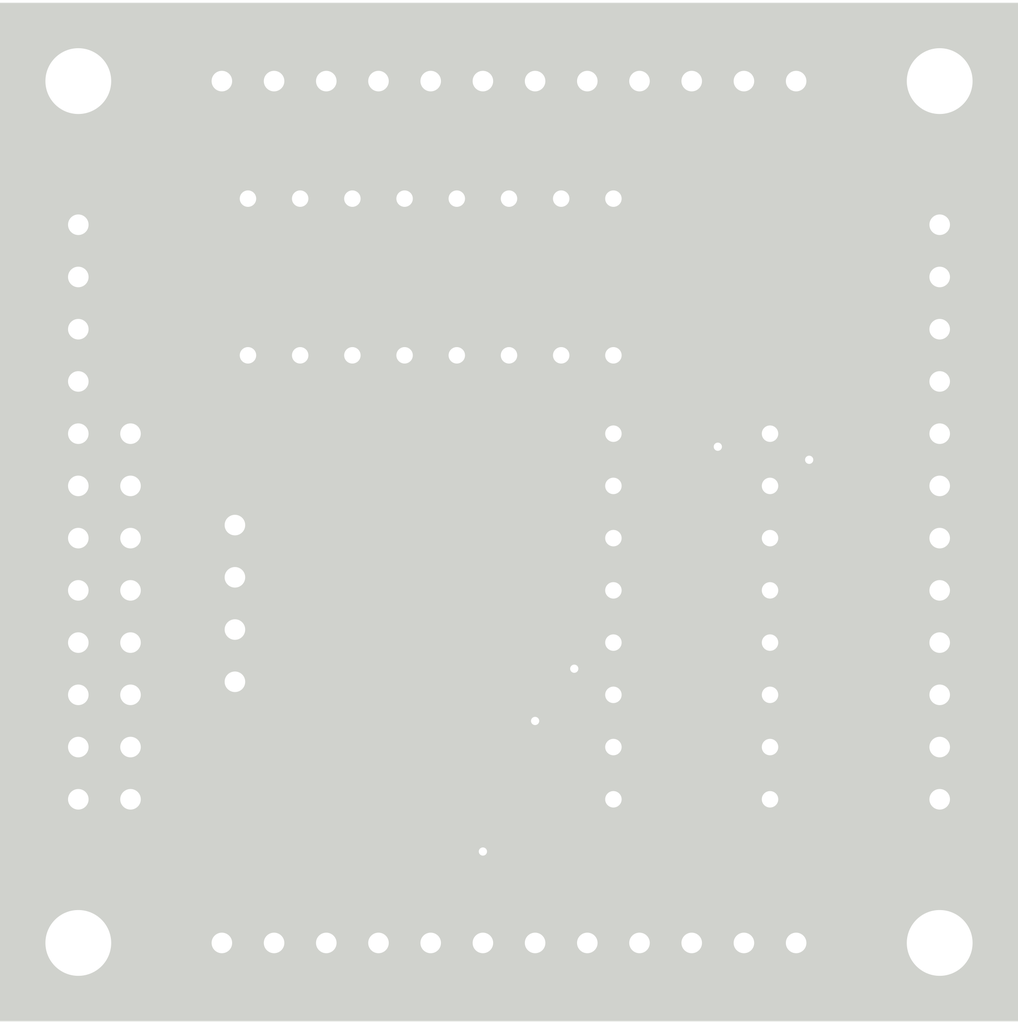
<source format=kicad_pcb>
(kicad_pcb (version 4) (host pcbnew 4.0.7+dfsg1-1~bpo9+1)

  (general
    (links 52)
    (no_connects 0)
    (area 124.46 82.55 173.990001 132.16)
    (thickness 1.6)
    (drawings 16)
    (tracks 152)
    (zones 0)
    (modules 12)
    (nets 32)
  )

  (page A4)
  (layers
    (0 F.Cu signal)
    (31 B.Cu signal)
    (32 B.Adhes user)
    (33 F.Adhes user)
    (34 B.Paste user)
    (35 F.Paste user)
    (36 B.SilkS user)
    (37 F.SilkS user)
    (38 B.Mask user)
    (39 F.Mask user)
    (40 Dwgs.User user)
    (41 Cmts.User user)
    (42 Eco1.User user)
    (43 Eco2.User user)
    (44 Edge.Cuts user)
    (45 Margin user)
    (46 B.CrtYd user)
    (47 F.CrtYd user)
    (48 B.Fab user)
    (49 F.Fab user)
  )

  (setup
    (last_trace_width 0.25)
    (user_trace_width 0.5)
    (trace_clearance 0.2)
    (zone_clearance 0.508)
    (zone_45_only no)
    (trace_min 0.2)
    (segment_width 0.2)
    (edge_width 0.1)
    (via_size 0.6)
    (via_drill 0.4)
    (via_min_size 0.4)
    (via_min_drill 0.3)
    (uvia_size 0.3)
    (uvia_drill 0.1)
    (uvias_allowed no)
    (uvia_min_size 0.2)
    (uvia_min_drill 0.1)
    (pcb_text_width 0.3)
    (pcb_text_size 1.5 1.5)
    (mod_edge_width 0.15)
    (mod_text_size 1 1)
    (mod_text_width 0.15)
    (pad_size 1.5 1.5)
    (pad_drill 0.6)
    (pad_to_mask_clearance 0)
    (aux_axis_origin 0 0)
    (visible_elements FFFFFF7F)
    (pcbplotparams
      (layerselection 0x00030_80000001)
      (usegerberextensions false)
      (excludeedgelayer true)
      (linewidth 0.100000)
      (plotframeref false)
      (viasonmask false)
      (mode 1)
      (useauxorigin false)
      (hpglpennumber 1)
      (hpglpenspeed 20)
      (hpglpendiameter 15)
      (hpglpenoverlay 2)
      (psnegative false)
      (psa4output false)
      (plotreference true)
      (plotvalue true)
      (plotinvisibletext false)
      (padsonsilk false)
      (subtractmaskfromsilk false)
      (outputformat 1)
      (mirror false)
      (drillshape 1)
      (scaleselection 1)
      (outputdirectory ""))
  )

  (net 0 "")
  (net 1 /VIN)
  (net 2 Earth)
  (net 3 /L0)
  (net 4 /L1)
  (net 5 /L2)
  (net 6 /L3)
  (net 7 /L4)
  (net 8 /L5)
  (net 9 /L6)
  (net 10 /L7)
  (net 11 VCC)
  (net 12 "Net-(I2-Pad5)")
  (net 13 "Net-(I2-Pad6)")
  (net 14 "Net-(I2-Pad7)")
  (net 15 "Net-(I2-Pad8)")
  (net 16 "Net-(I2-Pad9)")
  (net 17 "Net-(I2-Pad10)")
  (net 18 "Net-(I2-Pad11)")
  (net 19 "Net-(I2-Pad12)")
  (net 20 "Net-(O3-Pad5)")
  (net 21 "Net-(O3-Pad6)")
  (net 22 "Net-(O3-Pad7)")
  (net 23 "Net-(O3-Pad8)")
  (net 24 "Net-(O3-Pad9)")
  (net 25 "Net-(O3-Pad10)")
  (net 26 "Net-(O3-Pad11)")
  (net 27 "Net-(O3-Pad12)")
  (net 28 /M)
  (net 29 /LATCH)
  (net 30 /CLK)
  (net 31 /DATA)

  (net_class Default "This is the default net class."
    (clearance 0.2)
    (trace_width 0.25)
    (via_dia 0.6)
    (via_drill 0.4)
    (uvia_dia 0.3)
    (uvia_drill 0.1)
    (add_net /CLK)
    (add_net /DATA)
    (add_net /L0)
    (add_net /L1)
    (add_net /L2)
    (add_net /L3)
    (add_net /L4)
    (add_net /L5)
    (add_net /L6)
    (add_net /L7)
    (add_net /LATCH)
    (add_net /M)
    (add_net /VIN)
    (add_net Earth)
    (add_net "Net-(I2-Pad10)")
    (add_net "Net-(I2-Pad11)")
    (add_net "Net-(I2-Pad12)")
    (add_net "Net-(I2-Pad5)")
    (add_net "Net-(I2-Pad6)")
    (add_net "Net-(I2-Pad7)")
    (add_net "Net-(I2-Pad8)")
    (add_net "Net-(I2-Pad9)")
    (add_net "Net-(O3-Pad10)")
    (add_net "Net-(O3-Pad11)")
    (add_net "Net-(O3-Pad12)")
    (add_net "Net-(O3-Pad5)")
    (add_net "Net-(O3-Pad6)")
    (add_net "Net-(O3-Pad7)")
    (add_net "Net-(O3-Pad8)")
    (add_net "Net-(O3-Pad9)")
    (add_net VCC)
  )

  (module Mounting_Holes:MountingHole_3.2mm_M3 (layer F.Cu) (tedit 5AC4CC02) (tstamp 5ACA4CBC)
    (at 128.27 86.36)
    (descr "Mounting Hole 3.2mm, no annular, M3")
    (tags "mounting hole 3.2mm no annular m3")
    (fp_text reference M3 (at 0 2.54) (layer F.Fab)
      (effects (font (size 1 1) (thickness 0.15)))
    )
    (fp_text value "" (at 0 4.2) (layer F.Fab) hide
      (effects (font (size 1 1) (thickness 0.15)))
    )
    (fp_circle (center 0 0) (end 3.2 0) (layer Cmts.User) (width 0.15))
    (fp_circle (center 0 0) (end 3.45 0) (layer F.CrtYd) (width 0.05))
    (pad 1 np_thru_hole circle (at 0 0) (size 3.2 3.2) (drill 3.2) (layers *.Cu *.Mask))
  )

  (module Mounting_Holes:MountingHole_3.2mm_M3 (layer F.Cu) (tedit 5AC4CC05) (tstamp 5ACA4CC9)
    (at 170.18 86.36)
    (descr "Mounting Hole 3.2mm, no annular, M3")
    (tags "mounting hole 3.2mm no annular m3")
    (fp_text reference M3 (at 0 2.54) (layer F.Fab)
      (effects (font (size 1 1) (thickness 0.15)))
    )
    (fp_text value "" (at 0 4.2) (layer F.Fab) hide
      (effects (font (size 1 1) (thickness 0.15)))
    )
    (fp_circle (center 0 0) (end 3.2 0) (layer Cmts.User) (width 0.15))
    (fp_circle (center 0 0) (end 3.45 0) (layer F.CrtYd) (width 0.05))
    (pad 1 np_thru_hole circle (at 0 0) (size 3.2 3.2) (drill 3.2) (layers *.Cu *.Mask))
  )

  (module Mounting_Holes:MountingHole_3.2mm_M3 (layer F.Cu) (tedit 5AC4CC09) (tstamp 5ACA4CD6)
    (at 170.18 128.27)
    (descr "Mounting Hole 3.2mm, no annular, M3")
    (tags "mounting hole 3.2mm no annular m3")
    (fp_text reference "" (at 0 -4.2) (layer F.SilkS) hide
      (effects (font (size 1 1) (thickness 0.15)))
    )
    (fp_text value M3 (at 0 -2.54) (layer F.Fab)
      (effects (font (size 1 1) (thickness 0.15)))
    )
    (fp_circle (center 0 0) (end 3.2 0) (layer Cmts.User) (width 0.15))
    (fp_circle (center 0 0) (end 3.45 0) (layer F.CrtYd) (width 0.05))
    (pad 1 np_thru_hole circle (at 0 0) (size 3.2 3.2) (drill 3.2) (layers *.Cu *.Mask))
  )

  (module Mounting_Holes:MountingHole_3.2mm_M3 (layer F.Cu) (tedit 5AC4CC0E) (tstamp 5ACA4CE3)
    (at 128.27 128.27)
    (descr "Mounting Hole 3.2mm, no annular, M3")
    (tags "mounting hole 3.2mm no annular m3")
    (fp_text reference "" (at 0 -4.2) (layer F.SilkS) hide
      (effects (font (size 1 1) (thickness 0.15)))
    )
    (fp_text value M3 (at 0 -2.54) (layer F.Fab)
      (effects (font (size 1 1) (thickness 0.15)))
    )
    (fp_circle (center 0 0) (end 3.2 0) (layer Cmts.User) (width 0.15))
    (fp_circle (center 0 0) (end 3.45 0) (layer F.CrtYd) (width 0.05))
    (pad 1 np_thru_hole circle (at 0 0) (size 3.2 3.2) (drill 3.2) (layers *.Cu *.Mask))
  )

  (module Pin_Headers:Pin_Header_Straight_1x12_Pitch2.54mm (layer F.Cu) (tedit 59650532) (tstamp 5AC3D654)
    (at 128.27 93.345)
    (descr "Through hole straight pin header, 1x12, 2.54mm pitch, single row")
    (tags "Through hole pin header THT 1x12 2.54mm single row")
    (path /5AC3D559)
    (fp_text reference I1 (at 0 -2.33) (layer F.SilkS)
      (effects (font (size 1 1) (thickness 0.15)))
    )
    (fp_text value Input (at 0 30.27) (layer F.Fab)
      (effects (font (size 1 1) (thickness 0.15)))
    )
    (fp_line (start -0.635 -1.27) (end 1.27 -1.27) (layer F.Fab) (width 0.1))
    (fp_line (start 1.27 -1.27) (end 1.27 29.21) (layer F.Fab) (width 0.1))
    (fp_line (start 1.27 29.21) (end -1.27 29.21) (layer F.Fab) (width 0.1))
    (fp_line (start -1.27 29.21) (end -1.27 -0.635) (layer F.Fab) (width 0.1))
    (fp_line (start -1.27 -0.635) (end -0.635 -1.27) (layer F.Fab) (width 0.1))
    (fp_line (start -1.33 29.27) (end 1.33 29.27) (layer F.SilkS) (width 0.12))
    (fp_line (start -1.33 1.27) (end -1.33 29.27) (layer F.SilkS) (width 0.12))
    (fp_line (start 1.33 1.27) (end 1.33 29.27) (layer F.SilkS) (width 0.12))
    (fp_line (start -1.33 1.27) (end 1.33 1.27) (layer F.SilkS) (width 0.12))
    (fp_line (start -1.33 0) (end -1.33 -1.33) (layer F.SilkS) (width 0.12))
    (fp_line (start -1.33 -1.33) (end 0 -1.33) (layer F.SilkS) (width 0.12))
    (fp_line (start -1.8 -1.8) (end -1.8 29.75) (layer F.CrtYd) (width 0.05))
    (fp_line (start -1.8 29.75) (end 1.8 29.75) (layer F.CrtYd) (width 0.05))
    (fp_line (start 1.8 29.75) (end 1.8 -1.8) (layer F.CrtYd) (width 0.05))
    (fp_line (start 1.8 -1.8) (end -1.8 -1.8) (layer F.CrtYd) (width 0.05))
    (fp_text user %R (at 0 13.97 90) (layer F.Fab)
      (effects (font (size 1 1) (thickness 0.15)))
    )
    (pad 1 thru_hole rect (at 0 0) (size 1.7 1.7) (drill 1) (layers *.Cu *.Mask)
      (net 1 /VIN))
    (pad 2 thru_hole oval (at 0 2.54) (size 1.7 1.7) (drill 1) (layers *.Cu *.Mask)
      (net 11 VCC))
    (pad 3 thru_hole oval (at 0 5.08) (size 1.7 1.7) (drill 1) (layers *.Cu *.Mask)
      (net 2 Earth))
    (pad 4 thru_hole oval (at 0 7.62) (size 1.7 1.7) (drill 1) (layers *.Cu *.Mask))
    (pad 5 thru_hole oval (at 0 10.16) (size 1.7 1.7) (drill 1) (layers *.Cu *.Mask)
      (net 3 /L0))
    (pad 6 thru_hole oval (at 0 12.7) (size 1.7 1.7) (drill 1) (layers *.Cu *.Mask)
      (net 4 /L1))
    (pad 7 thru_hole oval (at 0 15.24) (size 1.7 1.7) (drill 1) (layers *.Cu *.Mask)
      (net 5 /L2))
    (pad 8 thru_hole oval (at 0 17.78) (size 1.7 1.7) (drill 1) (layers *.Cu *.Mask)
      (net 6 /L3))
    (pad 9 thru_hole oval (at 0 20.32) (size 1.7 1.7) (drill 1) (layers *.Cu *.Mask)
      (net 7 /L4))
    (pad 10 thru_hole oval (at 0 22.86) (size 1.7 1.7) (drill 1) (layers *.Cu *.Mask)
      (net 8 /L5))
    (pad 11 thru_hole oval (at 0 25.4) (size 1.7 1.7) (drill 1) (layers *.Cu *.Mask)
      (net 9 /L6))
    (pad 12 thru_hole oval (at 0 27.94) (size 1.7 1.7) (drill 1) (layers *.Cu *.Mask)
      (net 10 /L7))
    (model ${KISYS3DMOD}/Pin_Headers.3dshapes/Pin_Header_Straight_1x12_Pitch2.54mm.wrl
      (at (xyz 0 0 0))
      (scale (xyz 1 1 1))
      (rotate (xyz 0 0 0))
    )
  )

  (module Pin_Headers:Pin_Header_Straight_1x08_Pitch2.54mm (layer F.Cu) (tedit 59650532) (tstamp 5ACC67E7)
    (at 130.81 103.505)
    (descr "Through hole straight pin header, 1x08, 2.54mm pitch, single row")
    (tags "Through hole pin header THT 1x08 2.54mm single row")
    (path /5ACC6450)
    (fp_text reference H1 (at 0 -2.33) (layer F.SilkS)
      (effects (font (size 1 1) (thickness 0.15)))
    )
    (fp_text value Headers8L (at 0 20.11) (layer F.Fab)
      (effects (font (size 1 1) (thickness 0.15)))
    )
    (fp_line (start -0.635 -1.27) (end 1.27 -1.27) (layer F.Fab) (width 0.1))
    (fp_line (start 1.27 -1.27) (end 1.27 19.05) (layer F.Fab) (width 0.1))
    (fp_line (start 1.27 19.05) (end -1.27 19.05) (layer F.Fab) (width 0.1))
    (fp_line (start -1.27 19.05) (end -1.27 -0.635) (layer F.Fab) (width 0.1))
    (fp_line (start -1.27 -0.635) (end -0.635 -1.27) (layer F.Fab) (width 0.1))
    (fp_line (start -1.33 19.11) (end 1.33 19.11) (layer F.SilkS) (width 0.12))
    (fp_line (start -1.33 1.27) (end -1.33 19.11) (layer F.SilkS) (width 0.12))
    (fp_line (start 1.33 1.27) (end 1.33 19.11) (layer F.SilkS) (width 0.12))
    (fp_line (start -1.33 1.27) (end 1.33 1.27) (layer F.SilkS) (width 0.12))
    (fp_line (start -1.33 0) (end -1.33 -1.33) (layer F.SilkS) (width 0.12))
    (fp_line (start -1.33 -1.33) (end 0 -1.33) (layer F.SilkS) (width 0.12))
    (fp_line (start -1.8 -1.8) (end -1.8 19.55) (layer F.CrtYd) (width 0.05))
    (fp_line (start -1.8 19.55) (end 1.8 19.55) (layer F.CrtYd) (width 0.05))
    (fp_line (start 1.8 19.55) (end 1.8 -1.8) (layer F.CrtYd) (width 0.05))
    (fp_line (start 1.8 -1.8) (end -1.8 -1.8) (layer F.CrtYd) (width 0.05))
    (fp_text user %R (at 0 8.89 90) (layer F.Fab)
      (effects (font (size 1 1) (thickness 0.15)))
    )
    (pad 1 thru_hole rect (at 0 0) (size 1.7 1.7) (drill 1) (layers *.Cu *.Mask)
      (net 3 /L0))
    (pad 2 thru_hole oval (at 0 2.54) (size 1.7 1.7) (drill 1) (layers *.Cu *.Mask)
      (net 4 /L1))
    (pad 3 thru_hole oval (at 0 5.08) (size 1.7 1.7) (drill 1) (layers *.Cu *.Mask)
      (net 5 /L2))
    (pad 4 thru_hole oval (at 0 7.62) (size 1.7 1.7) (drill 1) (layers *.Cu *.Mask)
      (net 6 /L3))
    (pad 5 thru_hole oval (at 0 10.16) (size 1.7 1.7) (drill 1) (layers *.Cu *.Mask)
      (net 7 /L4))
    (pad 6 thru_hole oval (at 0 12.7) (size 1.7 1.7) (drill 1) (layers *.Cu *.Mask)
      (net 8 /L5))
    (pad 7 thru_hole oval (at 0 15.24) (size 1.7 1.7) (drill 1) (layers *.Cu *.Mask)
      (net 9 /L6))
    (pad 8 thru_hole oval (at 0 17.78) (size 1.7 1.7) (drill 1) (layers *.Cu *.Mask)
      (net 10 /L7))
    (model ${KISYS3DMOD}/Pin_Headers.3dshapes/Pin_Header_Straight_1x08_Pitch2.54mm.wrl
      (at (xyz 0 0 0))
      (scale (xyz 1 1 1))
      (rotate (xyz 0 0 0))
    )
  )

  (module Pin_Headers:Pin_Header_Straight_1x12_Pitch2.54mm (layer F.Cu) (tedit 59650532) (tstamp 5ACC6807)
    (at 163.195 86.36 270)
    (descr "Through hole straight pin header, 1x12, 2.54mm pitch, single row")
    (tags "Through hole pin header THT 1x12 2.54mm single row")
    (path /5ACC6FCD)
    (fp_text reference I2 (at 0 -2.33 270) (layer F.SilkS)
      (effects (font (size 1 1) (thickness 0.15)))
    )
    (fp_text value Input (at 0 30.27 270) (layer F.Fab)
      (effects (font (size 1 1) (thickness 0.15)))
    )
    (fp_line (start -0.635 -1.27) (end 1.27 -1.27) (layer F.Fab) (width 0.1))
    (fp_line (start 1.27 -1.27) (end 1.27 29.21) (layer F.Fab) (width 0.1))
    (fp_line (start 1.27 29.21) (end -1.27 29.21) (layer F.Fab) (width 0.1))
    (fp_line (start -1.27 29.21) (end -1.27 -0.635) (layer F.Fab) (width 0.1))
    (fp_line (start -1.27 -0.635) (end -0.635 -1.27) (layer F.Fab) (width 0.1))
    (fp_line (start -1.33 29.27) (end 1.33 29.27) (layer F.SilkS) (width 0.12))
    (fp_line (start -1.33 1.27) (end -1.33 29.27) (layer F.SilkS) (width 0.12))
    (fp_line (start 1.33 1.27) (end 1.33 29.27) (layer F.SilkS) (width 0.12))
    (fp_line (start -1.33 1.27) (end 1.33 1.27) (layer F.SilkS) (width 0.12))
    (fp_line (start -1.33 0) (end -1.33 -1.33) (layer F.SilkS) (width 0.12))
    (fp_line (start -1.33 -1.33) (end 0 -1.33) (layer F.SilkS) (width 0.12))
    (fp_line (start -1.8 -1.8) (end -1.8 29.75) (layer F.CrtYd) (width 0.05))
    (fp_line (start -1.8 29.75) (end 1.8 29.75) (layer F.CrtYd) (width 0.05))
    (fp_line (start 1.8 29.75) (end 1.8 -1.8) (layer F.CrtYd) (width 0.05))
    (fp_line (start 1.8 -1.8) (end -1.8 -1.8) (layer F.CrtYd) (width 0.05))
    (fp_text user %R (at 0 13.97 360) (layer F.Fab)
      (effects (font (size 1 1) (thickness 0.15)))
    )
    (pad 1 thru_hole rect (at 0 0 270) (size 1.7 1.7) (drill 1) (layers *.Cu *.Mask)
      (net 1 /VIN))
    (pad 2 thru_hole oval (at 0 2.54 270) (size 1.7 1.7) (drill 1) (layers *.Cu *.Mask)
      (net 11 VCC))
    (pad 3 thru_hole oval (at 0 5.08 270) (size 1.7 1.7) (drill 1) (layers *.Cu *.Mask)
      (net 2 Earth))
    (pad 4 thru_hole oval (at 0 7.62 270) (size 1.7 1.7) (drill 1) (layers *.Cu *.Mask))
    (pad 5 thru_hole oval (at 0 10.16 270) (size 1.7 1.7) (drill 1) (layers *.Cu *.Mask)
      (net 12 "Net-(I2-Pad5)"))
    (pad 6 thru_hole oval (at 0 12.7 270) (size 1.7 1.7) (drill 1) (layers *.Cu *.Mask)
      (net 13 "Net-(I2-Pad6)"))
    (pad 7 thru_hole oval (at 0 15.24 270) (size 1.7 1.7) (drill 1) (layers *.Cu *.Mask)
      (net 14 "Net-(I2-Pad7)"))
    (pad 8 thru_hole oval (at 0 17.78 270) (size 1.7 1.7) (drill 1) (layers *.Cu *.Mask)
      (net 15 "Net-(I2-Pad8)"))
    (pad 9 thru_hole oval (at 0 20.32 270) (size 1.7 1.7) (drill 1) (layers *.Cu *.Mask)
      (net 16 "Net-(I2-Pad9)"))
    (pad 10 thru_hole oval (at 0 22.86 270) (size 1.7 1.7) (drill 1) (layers *.Cu *.Mask)
      (net 17 "Net-(I2-Pad10)"))
    (pad 11 thru_hole oval (at 0 25.4 270) (size 1.7 1.7) (drill 1) (layers *.Cu *.Mask)
      (net 18 "Net-(I2-Pad11)"))
    (pad 12 thru_hole oval (at 0 27.94 270) (size 1.7 1.7) (drill 1) (layers *.Cu *.Mask)
      (net 19 "Net-(I2-Pad12)"))
    (model ${KISYS3DMOD}/Pin_Headers.3dshapes/Pin_Header_Straight_1x12_Pitch2.54mm.wrl
      (at (xyz 0 0 0))
      (scale (xyz 1 1 1))
      (rotate (xyz 0 0 0))
    )
  )

  (module Socket_Strips:Socket_Strip_Straight_1x12_Pitch2.54mm (layer F.Cu) (tedit 58CD5446) (tstamp 5ACC6826)
    (at 163.195 128.27 270)
    (descr "Through hole straight socket strip, 1x12, 2.54mm pitch, single row")
    (tags "Through hole socket strip THT 1x12 2.54mm single row")
    (path /5ACC676A)
    (fp_text reference O2 (at 0 -2.33 270) (layer F.SilkS)
      (effects (font (size 1 1) (thickness 0.15)))
    )
    (fp_text value Output (at 0 30.27 270) (layer F.Fab)
      (effects (font (size 1 1) (thickness 0.15)))
    )
    (fp_line (start -1.27 -1.27) (end -1.27 29.21) (layer F.Fab) (width 0.1))
    (fp_line (start -1.27 29.21) (end 1.27 29.21) (layer F.Fab) (width 0.1))
    (fp_line (start 1.27 29.21) (end 1.27 -1.27) (layer F.Fab) (width 0.1))
    (fp_line (start 1.27 -1.27) (end -1.27 -1.27) (layer F.Fab) (width 0.1))
    (fp_line (start -1.33 1.27) (end -1.33 29.27) (layer F.SilkS) (width 0.12))
    (fp_line (start -1.33 29.27) (end 1.33 29.27) (layer F.SilkS) (width 0.12))
    (fp_line (start 1.33 29.27) (end 1.33 1.27) (layer F.SilkS) (width 0.12))
    (fp_line (start 1.33 1.27) (end -1.33 1.27) (layer F.SilkS) (width 0.12))
    (fp_line (start -1.33 0) (end -1.33 -1.33) (layer F.SilkS) (width 0.12))
    (fp_line (start -1.33 -1.33) (end 0 -1.33) (layer F.SilkS) (width 0.12))
    (fp_line (start -1.8 -1.8) (end -1.8 29.75) (layer F.CrtYd) (width 0.05))
    (fp_line (start -1.8 29.75) (end 1.8 29.75) (layer F.CrtYd) (width 0.05))
    (fp_line (start 1.8 29.75) (end 1.8 -1.8) (layer F.CrtYd) (width 0.05))
    (fp_line (start 1.8 -1.8) (end -1.8 -1.8) (layer F.CrtYd) (width 0.05))
    (fp_text user %R (at 0 -2.33 270) (layer F.Fab)
      (effects (font (size 1 1) (thickness 0.15)))
    )
    (pad 1 thru_hole rect (at 0 0 270) (size 1.7 1.7) (drill 1) (layers *.Cu *.Mask)
      (net 1 /VIN))
    (pad 2 thru_hole oval (at 0 2.54 270) (size 1.7 1.7) (drill 1) (layers *.Cu *.Mask)
      (net 11 VCC))
    (pad 3 thru_hole oval (at 0 5.08 270) (size 1.7 1.7) (drill 1) (layers *.Cu *.Mask)
      (net 2 Earth))
    (pad 4 thru_hole oval (at 0 7.62 270) (size 1.7 1.7) (drill 1) (layers *.Cu *.Mask))
    (pad 5 thru_hole oval (at 0 10.16 270) (size 1.7 1.7) (drill 1) (layers *.Cu *.Mask)
      (net 12 "Net-(I2-Pad5)"))
    (pad 6 thru_hole oval (at 0 12.7 270) (size 1.7 1.7) (drill 1) (layers *.Cu *.Mask)
      (net 13 "Net-(I2-Pad6)"))
    (pad 7 thru_hole oval (at 0 15.24 270) (size 1.7 1.7) (drill 1) (layers *.Cu *.Mask)
      (net 14 "Net-(I2-Pad7)"))
    (pad 8 thru_hole oval (at 0 17.78 270) (size 1.7 1.7) (drill 1) (layers *.Cu *.Mask)
      (net 16 "Net-(I2-Pad9)"))
    (pad 9 thru_hole oval (at 0 20.32 270) (size 1.7 1.7) (drill 1) (layers *.Cu *.Mask)
      (net 17 "Net-(I2-Pad10)"))
    (pad 10 thru_hole oval (at 0 22.86 270) (size 1.7 1.7) (drill 1) (layers *.Cu *.Mask)
      (net 18 "Net-(I2-Pad11)"))
    (pad 11 thru_hole oval (at 0 25.4 270) (size 1.7 1.7) (drill 1) (layers *.Cu *.Mask)
      (net 19 "Net-(I2-Pad12)"))
    (pad 12 thru_hole oval (at 0 27.94 270) (size 1.7 1.7) (drill 1) (layers *.Cu *.Mask))
    (model ${KISYS3DMOD}/Socket_Strips.3dshapes/Socket_Strip_Straight_1x12_Pitch2.54mm.wrl
      (at (xyz 0 -0.55 0))
      (scale (xyz 1 1 1))
      (rotate (xyz 0 0 270))
    )
  )

  (module Socket_Strips:Socket_Strip_Straight_1x12_Pitch2.54mm (layer F.Cu) (tedit 58CD5446) (tstamp 5ACC6845)
    (at 170.18 93.345)
    (descr "Through hole straight socket strip, 1x12, 2.54mm pitch, single row")
    (tags "Through hole socket strip THT 1x12 2.54mm single row")
    (path /5ACC6008)
    (fp_text reference O3 (at 0 -2.33) (layer F.SilkS)
      (effects (font (size 1 1) (thickness 0.15)))
    )
    (fp_text value Output (at 0 30.27) (layer F.Fab)
      (effects (font (size 1 1) (thickness 0.15)))
    )
    (fp_line (start -1.27 -1.27) (end -1.27 29.21) (layer F.Fab) (width 0.1))
    (fp_line (start -1.27 29.21) (end 1.27 29.21) (layer F.Fab) (width 0.1))
    (fp_line (start 1.27 29.21) (end 1.27 -1.27) (layer F.Fab) (width 0.1))
    (fp_line (start 1.27 -1.27) (end -1.27 -1.27) (layer F.Fab) (width 0.1))
    (fp_line (start -1.33 1.27) (end -1.33 29.27) (layer F.SilkS) (width 0.12))
    (fp_line (start -1.33 29.27) (end 1.33 29.27) (layer F.SilkS) (width 0.12))
    (fp_line (start 1.33 29.27) (end 1.33 1.27) (layer F.SilkS) (width 0.12))
    (fp_line (start 1.33 1.27) (end -1.33 1.27) (layer F.SilkS) (width 0.12))
    (fp_line (start -1.33 0) (end -1.33 -1.33) (layer F.SilkS) (width 0.12))
    (fp_line (start -1.33 -1.33) (end 0 -1.33) (layer F.SilkS) (width 0.12))
    (fp_line (start -1.8 -1.8) (end -1.8 29.75) (layer F.CrtYd) (width 0.05))
    (fp_line (start -1.8 29.75) (end 1.8 29.75) (layer F.CrtYd) (width 0.05))
    (fp_line (start 1.8 29.75) (end 1.8 -1.8) (layer F.CrtYd) (width 0.05))
    (fp_line (start 1.8 -1.8) (end -1.8 -1.8) (layer F.CrtYd) (width 0.05))
    (fp_text user %R (at 0 -2.33) (layer F.Fab)
      (effects (font (size 1 1) (thickness 0.15)))
    )
    (pad 1 thru_hole rect (at 0 0) (size 1.7 1.7) (drill 1) (layers *.Cu *.Mask)
      (net 1 /VIN))
    (pad 2 thru_hole oval (at 0 2.54) (size 1.7 1.7) (drill 1) (layers *.Cu *.Mask)
      (net 11 VCC))
    (pad 3 thru_hole oval (at 0 5.08) (size 1.7 1.7) (drill 1) (layers *.Cu *.Mask)
      (net 2 Earth))
    (pad 4 thru_hole oval (at 0 7.62) (size 1.7 1.7) (drill 1) (layers *.Cu *.Mask))
    (pad 5 thru_hole oval (at 0 10.16) (size 1.7 1.7) (drill 1) (layers *.Cu *.Mask)
      (net 20 "Net-(O3-Pad5)"))
    (pad 6 thru_hole oval (at 0 12.7) (size 1.7 1.7) (drill 1) (layers *.Cu *.Mask)
      (net 21 "Net-(O3-Pad6)"))
    (pad 7 thru_hole oval (at 0 15.24) (size 1.7 1.7) (drill 1) (layers *.Cu *.Mask)
      (net 22 "Net-(O3-Pad7)"))
    (pad 8 thru_hole oval (at 0 17.78) (size 1.7 1.7) (drill 1) (layers *.Cu *.Mask)
      (net 23 "Net-(O3-Pad8)"))
    (pad 9 thru_hole oval (at 0 20.32) (size 1.7 1.7) (drill 1) (layers *.Cu *.Mask)
      (net 24 "Net-(O3-Pad9)"))
    (pad 10 thru_hole oval (at 0 22.86) (size 1.7 1.7) (drill 1) (layers *.Cu *.Mask)
      (net 25 "Net-(O3-Pad10)"))
    (pad 11 thru_hole oval (at 0 25.4) (size 1.7 1.7) (drill 1) (layers *.Cu *.Mask)
      (net 26 "Net-(O3-Pad11)"))
    (pad 12 thru_hole oval (at 0 27.94) (size 1.7 1.7) (drill 1) (layers *.Cu *.Mask)
      (net 27 "Net-(O3-Pad12)"))
    (model ${KISYS3DMOD}/Socket_Strips.3dshapes/Socket_Strip_Straight_1x12_Pitch2.54mm.wrl
      (at (xyz 0 -0.55 0))
      (scale (xyz 1 1 1))
      (rotate (xyz 0 0 270))
    )
  )

  (module Housings_DIP:DIP-16_W7.62mm (layer F.Cu) (tedit 5ACC6C8A) (tstamp 5ACC6869)
    (at 154.305 92.075 270)
    (descr "16-lead dip package, row spacing 7.62 mm (300 mils)")
    (tags "DIL DIP PDIP 2.54mm 7.62mm 300mil")
    (path /5ACC8A2C)
    (fp_text reference U1 (at 3.81 -2.39 270) (layer F.SilkS)
      (effects (font (size 1 1) (thickness 0.15)))
    )
    (fp_text value 74HC595 (at 2.54 10.795 360) (layer F.SilkS)
      (effects (font (size 1 1) (thickness 0.15)))
    )
    (fp_text user %R (at 3.81 8.89 270) (layer F.Fab)
      (effects (font (size 1 1) (thickness 0.15)))
    )
    (fp_line (start 1.635 -1.27) (end 6.985 -1.27) (layer F.Fab) (width 0.1))
    (fp_line (start 6.985 -1.27) (end 6.985 19.05) (layer F.Fab) (width 0.1))
    (fp_line (start 6.985 19.05) (end 0.635 19.05) (layer F.Fab) (width 0.1))
    (fp_line (start 0.635 19.05) (end 0.635 -0.27) (layer F.Fab) (width 0.1))
    (fp_line (start 0.635 -0.27) (end 1.635 -1.27) (layer F.Fab) (width 0.1))
    (fp_line (start 2.81 -1.39) (end 1.04 -1.39) (layer F.SilkS) (width 0.12))
    (fp_line (start 1.04 -1.39) (end 1.04 19.17) (layer F.SilkS) (width 0.12))
    (fp_line (start 1.04 19.17) (end 6.58 19.17) (layer F.SilkS) (width 0.12))
    (fp_line (start 6.58 19.17) (end 6.58 -1.39) (layer F.SilkS) (width 0.12))
    (fp_line (start 6.58 -1.39) (end 4.81 -1.39) (layer F.SilkS) (width 0.12))
    (fp_line (start -1.1 -1.6) (end -1.1 19.3) (layer F.CrtYd) (width 0.05))
    (fp_line (start -1.1 19.3) (end 8.7 19.3) (layer F.CrtYd) (width 0.05))
    (fp_line (start 8.7 19.3) (end 8.7 -1.6) (layer F.CrtYd) (width 0.05))
    (fp_line (start 8.7 -1.6) (end -1.1 -1.6) (layer F.CrtYd) (width 0.05))
    (fp_arc (start 3.81 -1.39) (end 2.81 -1.39) (angle -180) (layer F.SilkS) (width 0.12))
    (pad 1 thru_hole rect (at 0 0 270) (size 1.6 1.6) (drill 0.8) (layers *.Cu *.Mask)
      (net 13 "Net-(I2-Pad6)"))
    (pad 9 thru_hole oval (at 7.62 17.78 270) (size 1.6 1.6) (drill 0.8) (layers *.Cu *.Mask))
    (pad 2 thru_hole oval (at 0 2.54 270) (size 1.6 1.6) (drill 0.8) (layers *.Cu *.Mask)
      (net 14 "Net-(I2-Pad7)"))
    (pad 10 thru_hole oval (at 7.62 15.24 270) (size 1.6 1.6) (drill 0.8) (layers *.Cu *.Mask)
      (net 11 VCC))
    (pad 3 thru_hole oval (at 0 5.08 270) (size 1.6 1.6) (drill 0.8) (layers *.Cu *.Mask)
      (net 15 "Net-(I2-Pad8)"))
    (pad 11 thru_hole oval (at 7.62 12.7 270) (size 1.6 1.6) (drill 0.8) (layers *.Cu *.Mask)
      (net 30 /CLK))
    (pad 4 thru_hole oval (at 0 7.62 270) (size 1.6 1.6) (drill 0.8) (layers *.Cu *.Mask)
      (net 16 "Net-(I2-Pad9)"))
    (pad 12 thru_hole oval (at 7.62 10.16 270) (size 1.6 1.6) (drill 0.8) (layers *.Cu *.Mask)
      (net 29 /LATCH))
    (pad 5 thru_hole oval (at 0 10.16 270) (size 1.6 1.6) (drill 0.8) (layers *.Cu *.Mask)
      (net 17 "Net-(I2-Pad10)"))
    (pad 13 thru_hole oval (at 7.62 7.62 270) (size 1.6 1.6) (drill 0.8) (layers *.Cu *.Mask)
      (net 2 Earth))
    (pad 6 thru_hole oval (at 0 12.7 270) (size 1.6 1.6) (drill 0.8) (layers *.Cu *.Mask)
      (net 18 "Net-(I2-Pad11)"))
    (pad 14 thru_hole oval (at 7.62 5.08 270) (size 1.6 1.6) (drill 0.8) (layers *.Cu *.Mask)
      (net 31 /DATA))
    (pad 7 thru_hole oval (at 0 15.24 270) (size 1.6 1.6) (drill 0.8) (layers *.Cu *.Mask)
      (net 19 "Net-(I2-Pad12)"))
    (pad 15 thru_hole oval (at 7.62 2.54 270) (size 1.6 1.6) (drill 0.8) (layers *.Cu *.Mask)
      (net 12 "Net-(I2-Pad5)"))
    (pad 8 thru_hole oval (at 0 17.78 270) (size 1.6 1.6) (drill 0.8) (layers *.Cu *.Mask)
      (net 2 Earth))
    (pad 16 thru_hole oval (at 7.62 0 270) (size 1.6 1.6) (drill 0.8) (layers *.Cu *.Mask)
      (net 11 VCC))
    (model ${KISYS3DMOD}/Housings_DIP.3dshapes/DIP-16_W7.62mm.wrl
      (at (xyz 0 0 0))
      (scale (xyz 1 1 1))
      (rotate (xyz 0 0 0))
    )
  )

  (module Housings_DIP:DIP-16_W7.62mm (layer F.Cu) (tedit 5ACC6C96) (tstamp 5ACC688D)
    (at 154.305 103.505)
    (descr "16-lead dip package, row spacing 7.62 mm (300 mils)")
    (tags "DIL DIP PDIP 2.54mm 7.62mm 300mil")
    (path /5ACC5E83)
    (fp_text reference U2 (at 3.81 -2.39) (layer F.SilkS)
      (effects (font (size 1 1) (thickness 0.15)))
    )
    (fp_text value 4051 (at 3.81 5.08) (layer F.SilkS)
      (effects (font (size 1 1) (thickness 0.15)))
    )
    (fp_text user %R (at 3.81 8.89) (layer F.Fab)
      (effects (font (size 1 1) (thickness 0.15)))
    )
    (fp_line (start 1.635 -1.27) (end 6.985 -1.27) (layer F.Fab) (width 0.1))
    (fp_line (start 6.985 -1.27) (end 6.985 19.05) (layer F.Fab) (width 0.1))
    (fp_line (start 6.985 19.05) (end 0.635 19.05) (layer F.Fab) (width 0.1))
    (fp_line (start 0.635 19.05) (end 0.635 -0.27) (layer F.Fab) (width 0.1))
    (fp_line (start 0.635 -0.27) (end 1.635 -1.27) (layer F.Fab) (width 0.1))
    (fp_line (start 2.81 -1.39) (end 1.04 -1.39) (layer F.SilkS) (width 0.12))
    (fp_line (start 1.04 -1.39) (end 1.04 19.17) (layer F.SilkS) (width 0.12))
    (fp_line (start 1.04 19.17) (end 6.58 19.17) (layer F.SilkS) (width 0.12))
    (fp_line (start 6.58 19.17) (end 6.58 -1.39) (layer F.SilkS) (width 0.12))
    (fp_line (start 6.58 -1.39) (end 4.81 -1.39) (layer F.SilkS) (width 0.12))
    (fp_line (start -1.1 -1.6) (end -1.1 19.3) (layer F.CrtYd) (width 0.05))
    (fp_line (start -1.1 19.3) (end 8.7 19.3) (layer F.CrtYd) (width 0.05))
    (fp_line (start 8.7 19.3) (end 8.7 -1.6) (layer F.CrtYd) (width 0.05))
    (fp_line (start 8.7 -1.6) (end -1.1 -1.6) (layer F.CrtYd) (width 0.05))
    (fp_arc (start 3.81 -1.39) (end 2.81 -1.39) (angle -180) (layer F.SilkS) (width 0.12))
    (pad 1 thru_hole rect (at 0 0) (size 1.6 1.6) (drill 0.8) (layers *.Cu *.Mask)
      (net 23 "Net-(O3-Pad8)"))
    (pad 9 thru_hole oval (at 7.62 17.78) (size 1.6 1.6) (drill 0.8) (layers *.Cu *.Mask)
      (net 14 "Net-(I2-Pad7)"))
    (pad 2 thru_hole oval (at 0 2.54) (size 1.6 1.6) (drill 0.8) (layers *.Cu *.Mask)
      (net 21 "Net-(O3-Pad6)"))
    (pad 10 thru_hole oval (at 7.62 15.24) (size 1.6 1.6) (drill 0.8) (layers *.Cu *.Mask)
      (net 13 "Net-(I2-Pad6)"))
    (pad 3 thru_hole oval (at 0 5.08) (size 1.6 1.6) (drill 0.8) (layers *.Cu *.Mask)
      (net 28 /M))
    (pad 11 thru_hole oval (at 7.62 12.7) (size 1.6 1.6) (drill 0.8) (layers *.Cu *.Mask)
      (net 12 "Net-(I2-Pad5)"))
    (pad 4 thru_hole oval (at 0 7.62) (size 1.6 1.6) (drill 0.8) (layers *.Cu *.Mask)
      (net 20 "Net-(O3-Pad5)"))
    (pad 12 thru_hole oval (at 7.62 10.16) (size 1.6 1.6) (drill 0.8) (layers *.Cu *.Mask)
      (net 24 "Net-(O3-Pad9)"))
    (pad 5 thru_hole oval (at 0 10.16) (size 1.6 1.6) (drill 0.8) (layers *.Cu *.Mask)
      (net 22 "Net-(O3-Pad7)"))
    (pad 13 thru_hole oval (at 7.62 7.62) (size 1.6 1.6) (drill 0.8) (layers *.Cu *.Mask)
      (net 27 "Net-(O3-Pad12)"))
    (pad 6 thru_hole oval (at 0 12.7) (size 1.6 1.6) (drill 0.8) (layers *.Cu *.Mask)
      (net 15 "Net-(I2-Pad8)"))
    (pad 14 thru_hole oval (at 7.62 5.08) (size 1.6 1.6) (drill 0.8) (layers *.Cu *.Mask)
      (net 26 "Net-(O3-Pad11)"))
    (pad 7 thru_hole oval (at 0 15.24) (size 1.6 1.6) (drill 0.8) (layers *.Cu *.Mask))
    (pad 15 thru_hole oval (at 7.62 2.54) (size 1.6 1.6) (drill 0.8) (layers *.Cu *.Mask)
      (net 25 "Net-(O3-Pad10)"))
    (pad 8 thru_hole oval (at 0 17.78) (size 1.6 1.6) (drill 0.8) (layers *.Cu *.Mask))
    (pad 16 thru_hole oval (at 7.62 0) (size 1.6 1.6) (drill 0.8) (layers *.Cu *.Mask))
    (model ${KISYS3DMOD}/Housings_DIP.3dshapes/DIP-16_W7.62mm.wrl
      (at (xyz 0 0 0))
      (scale (xyz 1 1 1))
      (rotate (xyz 0 0 0))
    )
  )

  (module Pin_Headers:Pin_Header_Straight_1x04_Pitch2.54mm (layer F.Cu) (tedit 59650532) (tstamp 5ACC7209)
    (at 135.89 115.57 180)
    (descr "Through hole straight pin header, 1x04, 2.54mm pitch, single row")
    (tags "Through hole pin header THT 1x04 2.54mm single row")
    (path /5ACC8E17)
    (fp_text reference J1 (at 0 -2.33 180) (layer F.SilkS)
      (effects (font (size 1 1) (thickness 0.15)))
    )
    (fp_text value Conn_01x04 (at 0 9.95 180) (layer F.Fab)
      (effects (font (size 1 1) (thickness 0.15)))
    )
    (fp_line (start -0.635 -1.27) (end 1.27 -1.27) (layer F.Fab) (width 0.1))
    (fp_line (start 1.27 -1.27) (end 1.27 8.89) (layer F.Fab) (width 0.1))
    (fp_line (start 1.27 8.89) (end -1.27 8.89) (layer F.Fab) (width 0.1))
    (fp_line (start -1.27 8.89) (end -1.27 -0.635) (layer F.Fab) (width 0.1))
    (fp_line (start -1.27 -0.635) (end -0.635 -1.27) (layer F.Fab) (width 0.1))
    (fp_line (start -1.33 8.95) (end 1.33 8.95) (layer F.SilkS) (width 0.12))
    (fp_line (start -1.33 1.27) (end -1.33 8.95) (layer F.SilkS) (width 0.12))
    (fp_line (start 1.33 1.27) (end 1.33 8.95) (layer F.SilkS) (width 0.12))
    (fp_line (start -1.33 1.27) (end 1.33 1.27) (layer F.SilkS) (width 0.12))
    (fp_line (start -1.33 0) (end -1.33 -1.33) (layer F.SilkS) (width 0.12))
    (fp_line (start -1.33 -1.33) (end 0 -1.33) (layer F.SilkS) (width 0.12))
    (fp_line (start -1.8 -1.8) (end -1.8 9.4) (layer F.CrtYd) (width 0.05))
    (fp_line (start -1.8 9.4) (end 1.8 9.4) (layer F.CrtYd) (width 0.05))
    (fp_line (start 1.8 9.4) (end 1.8 -1.8) (layer F.CrtYd) (width 0.05))
    (fp_line (start 1.8 -1.8) (end -1.8 -1.8) (layer F.CrtYd) (width 0.05))
    (fp_text user %R (at 0 3.81 270) (layer F.Fab)
      (effects (font (size 1 1) (thickness 0.15)))
    )
    (pad 1 thru_hole rect (at 0 0 180) (size 1.7 1.7) (drill 1) (layers *.Cu *.Mask)
      (net 28 /M))
    (pad 2 thru_hole oval (at 0 2.54 180) (size 1.7 1.7) (drill 1) (layers *.Cu *.Mask)
      (net 29 /LATCH))
    (pad 3 thru_hole oval (at 0 5.08 180) (size 1.7 1.7) (drill 1) (layers *.Cu *.Mask)
      (net 30 /CLK))
    (pad 4 thru_hole oval (at 0 7.62 180) (size 1.7 1.7) (drill 1) (layers *.Cu *.Mask)
      (net 31 /DATA))
    (model ${KISYS3DMOD}/Pin_Headers.3dshapes/Pin_Header_Straight_1x04_Pitch2.54mm.wrl
      (at (xyz 0 0 0))
      (scale (xyz 1 1 1))
      (rotate (xyz 0 0 0))
    )
  )

  (gr_text 7 (at 167.64 121.285) (layer F.SilkS)
    (effects (font (size 1.5 1.5) (thickness 0.3)) (justify right))
  )
  (gr_text 6 (at 167.64 118.745) (layer F.SilkS)
    (effects (font (size 1.5 1.5) (thickness 0.3)) (justify right))
  )
  (gr_text 5 (at 167.64 116.205) (layer F.SilkS)
    (effects (font (size 1.5 1.5) (thickness 0.3)) (justify right))
  )
  (gr_text 4 (at 167.64 113.665) (layer F.SilkS)
    (effects (font (size 1.5 1.5) (thickness 0.3)) (justify right))
  )
  (gr_text 3 (at 167.64 111.125) (layer F.SilkS)
    (effects (font (size 1.5 1.5) (thickness 0.3)) (justify right))
  )
  (gr_text 2 (at 167.64 108.585) (layer F.SilkS)
    (effects (font (size 1.5 1.5) (thickness 0.3)) (justify right))
  )
  (gr_text 1 (at 167.64 106.045) (layer F.SilkS)
    (effects (font (size 1.5 1.5) (thickness 0.3)) (justify right))
  )
  (gr_text 0 (at 167.64 103.505) (layer F.SilkS)
    (effects (font (size 1.5 1.5) (thickness 0.3)) (justify right))
  )
  (gr_text PREV (at 147.955 83.82) (layer F.SilkS)
    (effects (font (size 1.5 1.5) (thickness 0.3)))
  )
  (gr_text NEXT (at 147.955 130.81) (layer F.SilkS)
    (effects (font (size 1.5 1.5) (thickness 0.3)))
  )
  (gr_text OUTPUT (at 165.1 112.395 90) (layer F.SilkS)
    (effects (font (size 1.5 1.5) (thickness 0.3)))
  )
  (gr_text M (at 139.065 116.205) (layer F.SilkS)
    (effects (font (size 1.5 1.5) (thickness 0.3)))
  )
  (gr_text LATCH (at 138.43 113.03) (layer F.SilkS)
    (effects (font (size 1.5 1.5) (thickness 0.3)) (justify left))
  )
  (gr_text CLK (at 138.43 110.49) (layer F.SilkS)
    (effects (font (size 1.5 1.5) (thickness 0.3)) (justify left))
  )
  (gr_text DATA (at 138.43 107.95) (layer F.SilkS)
    (effects (font (size 1.5 1.5) (thickness 0.3)) (justify left))
  )
  (gr_text "Multiplexer v1.0\nhttp://nickthecoder.co.uk" (at 133.35 123.19) (layer F.SilkS)
    (effects (font (size 1.5 1.5) (thickness 0.3)) (justify left))
  )

  (segment (start 163.195 86.36) (end 161.29 84.455) (width 0.5) (layer B.Cu) (net 1))
  (segment (start 132.715 88.265) (end 128.27 92.71) (width 0.5) (layer B.Cu) (net 1) (tstamp 5ACC6E9C))
  (segment (start 132.715 85.09) (end 132.715 88.265) (width 0.5) (layer B.Cu) (net 1) (tstamp 5ACC6E9B))
  (segment (start 133.35 84.455) (end 132.715 85.09) (width 0.5) (layer B.Cu) (net 1) (tstamp 5ACC6E9A))
  (segment (start 161.29 84.455) (end 133.35 84.455) (width 0.5) (layer B.Cu) (net 1) (tstamp 5ACC6E99))
  (segment (start 128.27 92.71) (end 128.27 93.345) (width 0.5) (layer B.Cu) (net 1) (tstamp 5ACC6E9D))
  (segment (start 163.195 128.27) (end 163.83 128.27) (width 0.5) (layer B.Cu) (net 1))
  (segment (start 163.83 128.27) (end 168.275 123.825) (width 0.5) (layer B.Cu) (net 1) (tstamp 5ACC6E66))
  (segment (start 168.275 123.825) (end 170.18 123.825) (width 0.5) (layer B.Cu) (net 1) (tstamp 5ACC6E67))
  (segment (start 170.18 123.825) (end 172.085 121.92) (width 0.5) (layer B.Cu) (net 1) (tstamp 5ACC6E68))
  (segment (start 172.085 121.92) (end 172.085 95.25) (width 0.5) (layer B.Cu) (net 1) (tstamp 5ACC6E69))
  (segment (start 172.085 95.25) (end 170.18 93.345) (width 0.5) (layer B.Cu) (net 1) (tstamp 5ACC6E6A))
  (segment (start 163.195 86.36) (end 170.18 93.345) (width 0.5) (layer F.Cu) (net 1))
  (segment (start 128.27 98.425) (end 128.905 98.425) (width 0.5) (layer F.Cu) (net 2))
  (segment (start 128.905 98.425) (end 135.255 92.075) (width 0.5) (layer F.Cu) (net 2) (tstamp 5ACC6EB6))
  (segment (start 135.255 92.075) (end 136.525 92.075) (width 0.5) (layer F.Cu) (net 2) (tstamp 5ACC6EB7))
  (segment (start 128.27 103.505) (end 130.81 103.505) (width 0.25) (layer F.Cu) (net 3))
  (segment (start 130.81 106.045) (end 128.27 106.045) (width 0.25) (layer F.Cu) (net 4))
  (segment (start 128.27 108.585) (end 130.81 108.585) (width 0.25) (layer F.Cu) (net 5))
  (segment (start 130.81 111.125) (end 128.27 111.125) (width 0.25) (layer F.Cu) (net 6))
  (segment (start 128.27 113.665) (end 130.81 113.665) (width 0.25) (layer F.Cu) (net 7))
  (segment (start 130.81 116.205) (end 128.27 116.205) (width 0.25) (layer F.Cu) (net 8))
  (segment (start 128.27 118.745) (end 130.81 118.745) (width 0.25) (layer F.Cu) (net 9))
  (segment (start 130.81 121.285) (end 128.27 121.285) (width 0.25) (layer F.Cu) (net 10))
  (segment (start 154.305 99.695) (end 154.94 99.695) (width 0.5) (layer F.Cu) (net 11))
  (segment (start 154.94 99.695) (end 158.75 95.885) (width 0.5) (layer F.Cu) (net 11) (tstamp 5ACC6EBB))
  (segment (start 158.75 95.885) (end 170.18 95.885) (width 0.5) (layer F.Cu) (net 11) (tstamp 5ACC6EBC))
  (segment (start 171.45 122.555) (end 172.085 121.92) (width 0.5) (layer F.Cu) (net 11))
  (segment (start 170.815 123.19) (end 171.45 122.555) (width 0.5) (layer F.Cu) (net 11))
  (segment (start 166.37 125.73) (end 168.275 123.825) (width 0.5) (layer F.Cu) (net 11))
  (segment (start 170.18 123.825) (end 170.815 123.19) (width 0.5) (layer F.Cu) (net 11) (tstamp 5ACC6E50))
  (segment (start 168.275 123.825) (end 170.18 123.825) (width 0.5) (layer F.Cu) (net 11) (tstamp 5ACC6E4F))
  (segment (start 160.655 127) (end 160.655 128.27) (width 0.5) (layer F.Cu) (net 11) (tstamp 5ACC6E4A))
  (segment (start 161.925 125.73) (end 160.655 127) (width 0.5) (layer F.Cu) (net 11) (tstamp 5ACC6E49))
  (segment (start 166.37 125.73) (end 161.925 125.73) (width 0.5) (layer F.Cu) (net 11) (tstamp 5ACC6E4D))
  (segment (start 170.18 95.885) (end 172.085 97.79) (width 0.5) (layer F.Cu) (net 11))
  (segment (start 172.085 97.79) (end 172.085 121.92) (width 0.5) (layer F.Cu) (net 11) (tstamp 5ACC6E42))
  (segment (start 135.255 95.885) (end 150.495 95.885) (width 0.5) (layer B.Cu) (net 11))
  (segment (start 150.495 95.885) (end 154.305 99.695) (width 0.5) (layer B.Cu) (net 11) (tstamp 5ACC6DB6))
  (segment (start 128.27 95.885) (end 135.255 95.885) (width 0.5) (layer B.Cu) (net 11))
  (segment (start 135.255 95.885) (end 139.065 99.695) (width 0.5) (layer B.Cu) (net 11) (tstamp 5ACC6DB2))
  (segment (start 170.18 95.885) (end 160.655 86.36) (width 0.5) (layer F.Cu) (net 11))
  (segment (start 161.925 116.205) (end 160.02 116.205) (width 0.25) (layer B.Cu) (net 12))
  (via (at 152.4 114.935) (size 0.6) (drill 0.4) (layers F.Cu B.Cu) (net 12))
  (segment (start 158.75 114.935) (end 152.4 114.935) (width 0.25) (layer B.Cu) (net 12) (tstamp 5ACC6E6F))
  (segment (start 160.02 116.205) (end 158.75 114.935) (width 0.25) (layer B.Cu) (net 12) (tstamp 5ACC6E6D))
  (segment (start 151.765 99.695) (end 151.765 100.965) (width 0.25) (layer F.Cu) (net 12))
  (segment (start 152.4 127.635) (end 153.035 128.27) (width 0.25) (layer F.Cu) (net 12) (tstamp 5ACC6E3F))
  (segment (start 152.4 101.6) (end 152.4 114.935) (width 0.25) (layer F.Cu) (net 12) (tstamp 5ACC6E3E))
  (segment (start 152.4 114.935) (end 152.4 127.635) (width 0.25) (layer F.Cu) (net 12) (tstamp 5ACC6E74))
  (segment (start 151.765 100.965) (end 152.4 101.6) (width 0.25) (layer F.Cu) (net 12) (tstamp 5ACC6E3D))
  (segment (start 151.765 99.695) (end 151.765 99.06) (width 0.25) (layer F.Cu) (net 12))
  (segment (start 151.765 99.06) (end 156.21 94.615) (width 0.25) (layer F.Cu) (net 12) (tstamp 5ACC6D6C))
  (segment (start 156.21 94.615) (end 156.21 90.805) (width 0.25) (layer F.Cu) (net 12) (tstamp 5ACC6D6D))
  (segment (start 156.21 90.805) (end 153.035 87.63) (width 0.25) (layer F.Cu) (net 12) (tstamp 5ACC6D6F))
  (segment (start 153.035 87.63) (end 153.035 86.36) (width 0.25) (layer F.Cu) (net 12) (tstamp 5ACC6D70))
  (segment (start 161.925 118.745) (end 160.02 118.745) (width 0.25) (layer B.Cu) (net 13))
  (via (at 150.495 117.475) (size 0.6) (drill 0.4) (layers F.Cu B.Cu) (net 13))
  (segment (start 158.75 117.475) (end 150.495 117.475) (width 0.25) (layer B.Cu) (net 13) (tstamp 5ACC6E79))
  (segment (start 160.02 118.745) (end 158.75 117.475) (width 0.25) (layer B.Cu) (net 13) (tstamp 5ACC6E77))
  (segment (start 150.495 128.27) (end 150.495 117.475) (width 0.25) (layer F.Cu) (net 13))
  (segment (start 150.495 117.475) (end 150.495 97.79) (width 0.25) (layer F.Cu) (net 13) (tstamp 5ACC6E7E))
  (segment (start 154.305 93.98) (end 154.305 92.075) (width 0.25) (layer F.Cu) (net 13) (tstamp 5ACC6DAA))
  (segment (start 150.495 97.79) (end 154.305 93.98) (width 0.25) (layer F.Cu) (net 13) (tstamp 5ACC6DA9))
  (segment (start 150.495 86.36) (end 150.495 88.265) (width 0.25) (layer F.Cu) (net 13))
  (segment (start 150.495 88.265) (end 154.305 92.075) (width 0.25) (layer F.Cu) (net 13) (tstamp 5ACC6D67))
  (segment (start 161.925 121.285) (end 160.02 121.285) (width 0.25) (layer B.Cu) (net 14))
  (via (at 147.955 123.825) (size 0.6) (drill 0.4) (layers F.Cu B.Cu) (net 14))
  (segment (start 157.48 123.825) (end 147.955 123.825) (width 0.25) (layer B.Cu) (net 14) (tstamp 5ACC6E83))
  (segment (start 160.02 121.285) (end 157.48 123.825) (width 0.25) (layer B.Cu) (net 14) (tstamp 5ACC6E81))
  (segment (start 147.955 128.27) (end 147.955 123.825) (width 0.25) (layer F.Cu) (net 14))
  (segment (start 147.955 123.825) (end 147.955 97.79) (width 0.25) (layer F.Cu) (net 14) (tstamp 5ACC6E88))
  (segment (start 151.765 93.98) (end 151.765 92.075) (width 0.25) (layer F.Cu) (net 14) (tstamp 5ACC6DA5))
  (segment (start 147.955 97.79) (end 151.765 93.98) (width 0.25) (layer F.Cu) (net 14) (tstamp 5ACC6DA4))
  (segment (start 147.955 86.36) (end 147.955 88.265) (width 0.25) (layer F.Cu) (net 14))
  (segment (start 147.955 88.265) (end 151.765 92.075) (width 0.25) (layer F.Cu) (net 14) (tstamp 5ACC6D63))
  (segment (start 154.305 116.205) (end 158.75 111.76) (width 0.25) (layer F.Cu) (net 15))
  (segment (start 151.13 93.98) (end 149.225 92.075) (width 0.25) (layer B.Cu) (net 15) (tstamp 5ACC72A8))
  (segment (start 155.575 93.98) (end 151.13 93.98) (width 0.25) (layer B.Cu) (net 15) (tstamp 5ACC72A6))
  (segment (start 158.115 96.52) (end 155.575 93.98) (width 0.25) (layer B.Cu) (net 15) (tstamp 5ACC72A4))
  (segment (start 158.115 102.87) (end 158.115 96.52) (width 0.25) (layer B.Cu) (net 15) (tstamp 5ACC72A2))
  (segment (start 159.385 104.14) (end 158.115 102.87) (width 0.25) (layer B.Cu) (net 15) (tstamp 5ACC72A1))
  (via (at 159.385 104.14) (size 0.6) (drill 0.4) (layers F.Cu B.Cu) (net 15))
  (segment (start 159.385 111.125) (end 159.385 104.14) (width 0.25) (layer F.Cu) (net 15) (tstamp 5ACC729E))
  (segment (start 158.75 111.76) (end 159.385 111.125) (width 0.25) (layer F.Cu) (net 15) (tstamp 5ACC729D))
  (segment (start 145.415 86.36) (end 145.415 88.265) (width 0.25) (layer F.Cu) (net 15))
  (segment (start 145.415 88.265) (end 149.225 92.075) (width 0.25) (layer F.Cu) (net 15) (tstamp 5ACC6D5F))
  (segment (start 142.875 86.36) (end 142.875 88.265) (width 0.25) (layer F.Cu) (net 16))
  (segment (start 142.875 88.265) (end 146.685 92.075) (width 0.25) (layer F.Cu) (net 16) (tstamp 5ACC6D5B))
  (segment (start 145.415 93.345) (end 146.685 92.075) (width 0.25) (layer F.Cu) (net 16) (tstamp 5ACC6C2B))
  (segment (start 145.415 127.635) (end 145.415 93.345) (width 0.25) (layer F.Cu) (net 16))
  (segment (start 140.335 86.36) (end 140.335 88.265) (width 0.25) (layer F.Cu) (net 17))
  (segment (start 140.335 88.265) (end 144.145 92.075) (width 0.25) (layer F.Cu) (net 17) (tstamp 5ACC6D0E))
  (segment (start 142.875 93.345) (end 144.145 92.075) (width 0.25) (layer F.Cu) (net 17) (tstamp 5ACC6C27))
  (segment (start 142.875 127.635) (end 142.875 93.345) (width 0.25) (layer F.Cu) (net 17))
  (segment (start 137.795 86.36) (end 137.795 88.265) (width 0.25) (layer F.Cu) (net 18))
  (segment (start 137.795 88.265) (end 141.605 92.075) (width 0.25) (layer F.Cu) (net 18) (tstamp 5ACC6EAD))
  (segment (start 140.335 93.345) (end 141.605 92.075) (width 0.25) (layer F.Cu) (net 18) (tstamp 5ACC6C23))
  (segment (start 140.335 127.635) (end 140.335 93.345) (width 0.25) (layer F.Cu) (net 18))
  (segment (start 135.255 86.36) (end 135.255 88.265) (width 0.25) (layer F.Cu) (net 19))
  (segment (start 135.255 88.265) (end 139.065 92.075) (width 0.25) (layer F.Cu) (net 19) (tstamp 5ACC6EB2))
  (segment (start 137.795 93.345) (end 139.065 92.075) (width 0.25) (layer F.Cu) (net 19) (tstamp 5ACC6C1F))
  (segment (start 137.795 127.635) (end 137.795 93.345) (width 0.25) (layer F.Cu) (net 19))
  (segment (start 170.18 103.505) (end 165.1 103.505) (width 0.25) (layer F.Cu) (net 20))
  (segment (start 156.845 108.585) (end 154.305 111.125) (width 0.25) (layer F.Cu) (net 20) (tstamp 5ACC6E38))
  (segment (start 156.845 104.775) (end 156.845 108.585) (width 0.25) (layer F.Cu) (net 20) (tstamp 5ACC6E36))
  (segment (start 160.02 101.6) (end 156.845 104.775) (width 0.25) (layer F.Cu) (net 20) (tstamp 5ACC6E34))
  (segment (start 163.195 101.6) (end 160.02 101.6) (width 0.25) (layer F.Cu) (net 20) (tstamp 5ACC6E32))
  (segment (start 165.1 103.505) (end 163.195 101.6) (width 0.25) (layer F.Cu) (net 20) (tstamp 5ACC6E30))
  (segment (start 170.18 106.045) (end 169.545 106.045) (width 0.25) (layer B.Cu) (net 21))
  (segment (start 169.545 106.045) (end 168.275 107.315) (width 0.25) (layer B.Cu) (net 21) (tstamp 5ACC6E21))
  (segment (start 168.275 107.315) (end 155.575 107.315) (width 0.25) (layer B.Cu) (net 21) (tstamp 5ACC6E22))
  (segment (start 155.575 107.315) (end 154.305 106.045) (width 0.25) (layer B.Cu) (net 21) (tstamp 5ACC6E24))
  (segment (start 154.305 113.665) (end 155.575 113.665) (width 0.25) (layer B.Cu) (net 22))
  (segment (start 168.275 108.585) (end 170.18 108.585) (width 0.25) (layer B.Cu) (net 22) (tstamp 5ACC6E1D))
  (segment (start 167.005 109.855) (end 168.275 108.585) (width 0.25) (layer B.Cu) (net 22) (tstamp 5ACC6E1B))
  (segment (start 159.385 109.855) (end 167.005 109.855) (width 0.25) (layer B.Cu) (net 22) (tstamp 5ACC6E19))
  (segment (start 155.575 113.665) (end 159.385 109.855) (width 0.25) (layer B.Cu) (net 22) (tstamp 5ACC6E17))
  (via (at 163.83 104.775) (size 0.6) (drill 0.4) (layers F.Cu B.Cu) (net 23))
  (segment (start 154.305 103.505) (end 155.575 104.775) (width 0.25) (layer B.Cu) (net 23) (tstamp 5ACC6E2C))
  (segment (start 155.575 104.775) (end 163.83 104.775) (width 0.25) (layer B.Cu) (net 23) (tstamp 5ACC6E2B))
  (segment (start 170.18 111.125) (end 163.83 104.775) (width 0.25) (layer F.Cu) (net 23))
  (segment (start 170.18 113.665) (end 161.925 113.665) (width 0.25) (layer B.Cu) (net 24))
  (segment (start 161.925 106.045) (end 163.83 106.045) (width 0.25) (layer F.Cu) (net 25))
  (segment (start 167.64 113.665) (end 170.18 116.205) (width 0.25) (layer F.Cu) (net 25) (tstamp 5ACC6DFE))
  (segment (start 167.64 109.855) (end 167.64 113.665) (width 0.25) (layer F.Cu) (net 25) (tstamp 5ACC6DFC))
  (segment (start 163.83 106.045) (end 167.64 109.855) (width 0.25) (layer F.Cu) (net 25) (tstamp 5ACC6DFA))
  (segment (start 170.18 118.745) (end 170.18 118.11) (width 0.25) (layer F.Cu) (net 26))
  (segment (start 170.18 118.11) (end 166.37 114.3) (width 0.25) (layer F.Cu) (net 26) (tstamp 5ACC6E02))
  (segment (start 166.37 114.3) (end 166.37 111.76) (width 0.25) (layer F.Cu) (net 26) (tstamp 5ACC6E03))
  (segment (start 166.37 111.76) (end 163.195 108.585) (width 0.25) (layer F.Cu) (net 26) (tstamp 5ACC6E05))
  (segment (start 163.195 108.585) (end 161.925 108.585) (width 0.25) (layer F.Cu) (net 26) (tstamp 5ACC6E07))
  (segment (start 161.925 111.125) (end 163.195 111.125) (width 0.25) (layer F.Cu) (net 27))
  (segment (start 165.1 116.205) (end 170.18 121.285) (width 0.25) (layer F.Cu) (net 27) (tstamp 5ACC6E0E))
  (segment (start 165.1 113.03) (end 165.1 116.205) (width 0.25) (layer F.Cu) (net 27) (tstamp 5ACC6E0C))
  (segment (start 163.195 111.125) (end 165.1 113.03) (width 0.25) (layer F.Cu) (net 27) (tstamp 5ACC6E0B))
  (segment (start 154.305 108.585) (end 149.225 108.585) (width 0.25) (layer B.Cu) (net 28))
  (segment (start 142.24 115.57) (end 149.225 108.585) (width 0.25) (layer B.Cu) (net 28) (tstamp 5ACC7295))
  (segment (start 142.24 115.57) (end 135.89 115.57) (width 0.25) (layer B.Cu) (net 28))
  (segment (start 135.89 113.03) (end 139.7 113.03) (width 0.25) (layer B.Cu) (net 29))
  (segment (start 144.145 108.585) (end 144.145 99.695) (width 0.25) (layer B.Cu) (net 29) (tstamp 5ACC7291))
  (segment (start 139.7 113.03) (end 144.145 108.585) (width 0.25) (layer B.Cu) (net 29) (tstamp 5ACC728F))
  (segment (start 135.89 110.49) (end 139.065 110.49) (width 0.25) (layer B.Cu) (net 30))
  (segment (start 141.605 107.95) (end 141.605 99.695) (width 0.25) (layer B.Cu) (net 30) (tstamp 5ACC728B))
  (segment (start 139.065 110.49) (end 141.605 107.95) (width 0.25) (layer B.Cu) (net 30) (tstamp 5ACC7289))
  (segment (start 135.89 107.95) (end 140.335 103.505) (width 0.25) (layer B.Cu) (net 31))
  (segment (start 147.955 97.79) (end 149.225 99.06) (width 0.25) (layer B.Cu) (net 31) (tstamp 5ACC72B5))
  (segment (start 147.32 97.79) (end 147.955 97.79) (width 0.25) (layer B.Cu) (net 31) (tstamp 5ACC72B4))
  (segment (start 140.97 97.79) (end 147.32 97.79) (width 0.25) (layer B.Cu) (net 31) (tstamp 5ACC72B3))
  (segment (start 140.335 98.425) (end 140.97 97.79) (width 0.25) (layer B.Cu) (net 31) (tstamp 5ACC72B2))
  (segment (start 140.335 103.505) (end 140.335 98.425) (width 0.25) (layer B.Cu) (net 31) (tstamp 5ACC72B1))
  (segment (start 149.225 99.06) (end 149.225 99.695) (width 0.25) (layer B.Cu) (net 31) (tstamp 5ACC72B6))

  (zone (net 0) (net_name "") (layer Edge.Cuts) (tstamp 5AC24303) (hatch edge 0.508)
    (connect_pads (clearance 0.508))
    (min_thickness 0.001)
    (fill yes (arc_segments 16) (thermal_gap 0.508) (thermal_bridge_width 0.508))
    (polygon
      (pts
        (xy 173.99 132.08) (xy 124.46 132.08) (xy 124.46 82.55) (xy 173.99 82.55)
      )
    )
    (filled_polygon
      (pts
        (xy 173.9895 132.0795) (xy 124.4605 132.0795) (xy 124.4605 82.5505) (xy 173.9895 82.5505)
      )
    )
  )
  (zone (net 2) (net_name Earth) (layer B.Cu) (tstamp 5AC245F7) (hatch edge 0.508)
    (connect_pads (clearance 0.508))
    (min_thickness 0.254)
    (fill yes (arc_segments 16) (thermal_gap 0.508) (thermal_bridge_width 0.508))
    (polygon
      (pts
        (xy 172.72 130.81) (xy 125.73 130.81) (xy 125.73 83.82) (xy 172.72 83.82)
      )
    )
    (filled_polygon
      (pts
        (xy 132.08921 84.46421) (xy 131.897367 84.751325) (xy 131.897367 84.751326) (xy 131.829999 85.09) (xy 131.83 85.090005)
        (xy 131.83 87.898421) (xy 127.88086 91.84756) (xy 127.42 91.84756) (xy 127.184683 91.891838) (xy 126.968559 92.03091)
        (xy 126.823569 92.24311) (xy 126.77256 92.495) (xy 126.77256 94.195) (xy 126.816838 94.430317) (xy 126.95591 94.646441)
        (xy 127.16811 94.791431) (xy 127.235541 94.805086) (xy 127.190853 94.834946) (xy 126.868946 95.316715) (xy 126.755907 95.885)
        (xy 126.868946 96.453285) (xy 127.190853 96.935054) (xy 127.531553 97.162702) (xy 127.388642 97.229817) (xy 126.998355 97.658076)
        (xy 126.828524 98.06811) (xy 126.949845 98.298) (xy 128.143 98.298) (xy 128.143 98.278) (xy 128.397 98.278)
        (xy 128.397 98.298) (xy 129.590155 98.298) (xy 129.711476 98.06811) (xy 129.541645 97.658076) (xy 129.151358 97.229817)
        (xy 129.008447 97.162702) (xy 129.349147 96.935054) (xy 129.459432 96.77) (xy 134.88842 96.77) (xy 136.379291 98.26087)
        (xy 135.975849 98.34112) (xy 135.510302 98.652189) (xy 135.199233 99.117736) (xy 135.09 99.666887) (xy 135.09 99.723113)
        (xy 135.199233 100.272264) (xy 135.510302 100.737811) (xy 135.975849 101.04888) (xy 136.525 101.158113) (xy 137.074151 101.04888)
        (xy 137.539698 100.737811) (xy 137.795 100.355725) (xy 138.050302 100.737811) (xy 138.515849 101.04888) (xy 139.065 101.158113)
        (xy 139.575 101.056668) (xy 139.575 103.190198) (xy 136.236969 106.528229) (xy 135.919093 106.465) (xy 135.860907 106.465)
        (xy 135.292622 106.578039) (xy 134.810853 106.899946) (xy 134.488946 107.381715) (xy 134.375907 107.95) (xy 134.488946 108.518285)
        (xy 134.810853 109.000054) (xy 135.140026 109.22) (xy 134.810853 109.439946) (xy 134.488946 109.921715) (xy 134.375907 110.49)
        (xy 134.488946 111.058285) (xy 134.810853 111.540054) (xy 135.140026 111.76) (xy 134.810853 111.979946) (xy 134.488946 112.461715)
        (xy 134.375907 113.03) (xy 134.488946 113.598285) (xy 134.810853 114.080054) (xy 134.852452 114.10785) (xy 134.804683 114.116838)
        (xy 134.588559 114.25591) (xy 134.443569 114.46811) (xy 134.39256 114.72) (xy 134.39256 116.42) (xy 134.436838 116.655317)
        (xy 134.57591 116.871441) (xy 134.78811 117.016431) (xy 135.04 117.06744) (xy 136.74 117.06744) (xy 136.975317 117.023162)
        (xy 137.191441 116.88409) (xy 137.336431 116.67189) (xy 137.38744 116.42) (xy 137.38744 116.33) (xy 142.24 116.33)
        (xy 142.530839 116.272148) (xy 142.777401 116.107401) (xy 149.539802 109.345) (xy 153.092005 109.345) (xy 153.262189 109.599698)
        (xy 153.644275 109.855) (xy 153.262189 110.110302) (xy 152.95112 110.575849) (xy 152.841887 111.125) (xy 152.95112 111.674151)
        (xy 153.262189 112.139698) (xy 153.644275 112.395) (xy 153.262189 112.650302) (xy 152.95112 113.115849) (xy 152.841887 113.665)
        (xy 152.938572 114.151067) (xy 152.930327 114.142808) (xy 152.586799 114.000162) (xy 152.214833 113.999838) (xy 151.871057 114.141883)
        (xy 151.607808 114.404673) (xy 151.465162 114.748201) (xy 151.464838 115.120167) (xy 151.606883 115.463943) (xy 151.869673 115.727192)
        (xy 152.213201 115.869838) (xy 152.585167 115.870162) (xy 152.928943 115.728117) (xy 152.938678 115.718399) (xy 152.841887 116.205)
        (xy 152.943332 116.715) (xy 151.057463 116.715) (xy 151.025327 116.682808) (xy 150.681799 116.540162) (xy 150.309833 116.539838)
        (xy 149.966057 116.681883) (xy 149.702808 116.944673) (xy 149.560162 117.288201) (xy 149.559838 117.660167) (xy 149.701883 118.003943)
        (xy 149.964673 118.267192) (xy 150.308201 118.409838) (xy 150.680167 118.410162) (xy 151.023943 118.268117) (xy 151.057118 118.235)
        (xy 152.943332 118.235) (xy 152.841887 118.745) (xy 152.95112 119.294151) (xy 153.262189 119.759698) (xy 153.644275 120.015)
        (xy 153.262189 120.270302) (xy 152.95112 120.735849) (xy 152.841887 121.285) (xy 152.95112 121.834151) (xy 153.262189 122.299698)
        (xy 153.727736 122.610767) (xy 154.276887 122.72) (xy 154.333113 122.72) (xy 154.882264 122.610767) (xy 155.347811 122.299698)
        (xy 155.65888 121.834151) (xy 155.768113 121.285) (xy 155.65888 120.735849) (xy 155.347811 120.270302) (xy 154.965725 120.015)
        (xy 155.347811 119.759698) (xy 155.65888 119.294151) (xy 155.768113 118.745) (xy 155.666668 118.235) (xy 158.435198 118.235)
        (xy 159.482599 119.282401) (xy 159.72916 119.447148) (xy 160.02 119.505) (xy 160.712005 119.505) (xy 160.882189 119.759698)
        (xy 161.264275 120.015) (xy 160.882189 120.270302) (xy 160.712005 120.525) (xy 160.02 120.525) (xy 159.777414 120.573254)
        (xy 159.72916 120.582852) (xy 159.482599 120.747599) (xy 157.165198 123.065) (xy 148.517463 123.065) (xy 148.485327 123.032808)
        (xy 148.141799 122.890162) (xy 147.769833 122.889838) (xy 147.426057 123.031883) (xy 147.162808 123.294673) (xy 147.020162 123.638201)
        (xy 147.019838 124.010167) (xy 147.161883 124.353943) (xy 147.424673 124.617192) (xy 147.768201 124.759838) (xy 148.140167 124.760162)
        (xy 148.483943 124.618117) (xy 148.517118 124.585) (xy 157.48 124.585) (xy 157.770839 124.527148) (xy 158.017401 124.362401)
        (xy 160.334802 122.045) (xy 160.712005 122.045) (xy 160.882189 122.299698) (xy 161.347736 122.610767) (xy 161.896887 122.72)
        (xy 161.953113 122.72) (xy 162.502264 122.610767) (xy 162.967811 122.299698) (xy 163.27888 121.834151) (xy 163.388113 121.285)
        (xy 163.27888 120.735849) (xy 162.967811 120.270302) (xy 162.585725 120.015) (xy 162.967811 119.759698) (xy 163.27888 119.294151)
        (xy 163.388113 118.745) (xy 163.27888 118.195849) (xy 162.967811 117.730302) (xy 162.585725 117.475) (xy 162.967811 117.219698)
        (xy 163.27888 116.754151) (xy 163.388113 116.205) (xy 163.27888 115.655849) (xy 162.967811 115.190302) (xy 162.585725 114.935)
        (xy 162.967811 114.679698) (xy 163.137995 114.425) (xy 168.907046 114.425) (xy 169.100853 114.715054) (xy 169.430026 114.935)
        (xy 169.100853 115.154946) (xy 168.778946 115.636715) (xy 168.665907 116.205) (xy 168.778946 116.773285) (xy 169.100853 117.255054)
        (xy 169.430026 117.475) (xy 169.100853 117.694946) (xy 168.778946 118.176715) (xy 168.665907 118.745) (xy 168.778946 119.313285)
        (xy 169.100853 119.795054) (xy 169.430026 120.015) (xy 169.100853 120.234946) (xy 168.778946 120.716715) (xy 168.665907 121.285)
        (xy 168.778946 121.853285) (xy 169.100853 122.335054) (xy 169.582622 122.656961) (xy 170.011208 122.742212) (xy 169.81342 122.94)
        (xy 168.275005 122.94) (xy 168.275 122.939999) (xy 167.936325 123.007367) (xy 167.64921 123.19921) (xy 167.649208 123.199213)
        (xy 164.070663 126.777757) (xy 164.045 126.77256) (xy 162.345 126.77256) (xy 162.109683 126.816838) (xy 161.893559 126.95591)
        (xy 161.748569 127.16811) (xy 161.734914 127.235541) (xy 161.705054 127.190853) (xy 161.223285 126.868946) (xy 160.655 126.755907)
        (xy 160.086715 126.868946) (xy 159.604946 127.190853) (xy 159.377298 127.531553) (xy 159.310183 127.388642) (xy 158.881924 126.998355)
        (xy 158.47189 126.828524) (xy 158.242 126.949845) (xy 158.242 128.143) (xy 158.262 128.143) (xy 158.262 128.397)
        (xy 158.242 128.397) (xy 158.242 129.590155) (xy 158.47189 129.711476) (xy 158.881924 129.541645) (xy 159.310183 129.151358)
        (xy 159.377298 129.008447) (xy 159.604946 129.349147) (xy 160.086715 129.671054) (xy 160.655 129.784093) (xy 161.223285 129.671054)
        (xy 161.705054 129.349147) (xy 161.73285 129.307548) (xy 161.741838 129.355317) (xy 161.88091 129.571441) (xy 162.09311 129.716431)
        (xy 162.345 129.76744) (xy 164.045 129.76744) (xy 164.280317 129.723162) (xy 164.496441 129.58409) (xy 164.641431 129.37189)
        (xy 164.69244 129.12) (xy 164.69244 128.712619) (xy 167.944613 128.712619) (xy 168.284155 129.534372) (xy 168.912321 130.163636)
        (xy 169.733481 130.504611) (xy 170.622619 130.505387) (xy 171.444372 130.165845) (xy 172.073636 129.537679) (xy 172.414611 128.716519)
        (xy 172.415387 127.827381) (xy 172.075845 127.005628) (xy 171.447679 126.376364) (xy 170.626519 126.035389) (xy 169.737381 126.034613)
        (xy 168.915628 126.374155) (xy 168.286364 127.002321) (xy 167.945389 127.823481) (xy 167.944613 128.712619) (xy 164.69244 128.712619)
        (xy 164.69244 128.65914) (xy 168.641579 124.71) (xy 170.179995 124.71) (xy 170.18 124.710001) (xy 170.462484 124.65381)
        (xy 170.518675 124.642633) (xy 170.80579 124.45079) (xy 172.593 122.663579) (xy 172.593 130.683) (xy 125.857 130.683)
        (xy 125.857 128.712619) (xy 126.034613 128.712619) (xy 126.374155 129.534372) (xy 127.002321 130.163636) (xy 127.823481 130.504611)
        (xy 128.712619 130.505387) (xy 129.534372 130.165845) (xy 130.163636 129.537679) (xy 130.504611 128.716519) (xy 130.505026 128.240907)
        (xy 133.77 128.240907) (xy 133.77 128.299093) (xy 133.883039 128.867378) (xy 134.204946 129.349147) (xy 134.686715 129.671054)
        (xy 135.255 129.784093) (xy 135.823285 129.671054) (xy 136.305054 129.349147) (xy 136.525 129.019974) (xy 136.744946 129.349147)
        (xy 137.226715 129.671054) (xy 137.795 129.784093) (xy 138.363285 129.671054) (xy 138.845054 129.349147) (xy 139.065 129.019974)
        (xy 139.284946 129.349147) (xy 139.766715 129.671054) (xy 140.335 129.784093) (xy 140.903285 129.671054) (xy 141.385054 129.349147)
        (xy 141.605 129.019974) (xy 141.824946 129.349147) (xy 142.306715 129.671054) (xy 142.875 129.784093) (xy 143.443285 129.671054)
        (xy 143.925054 129.349147) (xy 144.145 129.019974) (xy 144.364946 129.349147) (xy 144.846715 129.671054) (xy 145.415 129.784093)
        (xy 145.983285 129.671054) (xy 146.465054 129.349147) (xy 146.685 129.019974) (xy 146.904946 129.349147) (xy 147.386715 129.671054)
        (xy 147.955 129.784093) (xy 148.523285 129.671054) (xy 149.005054 129.349147) (xy 149.225 129.019974) (xy 149.444946 129.349147)
        (xy 149.926715 129.671054) (xy 150.495 129.784093) (xy 151.063285 129.671054) (xy 151.545054 129.349147) (xy 151.765 129.019974)
        (xy 151.984946 129.349147) (xy 152.466715 129.671054) (xy 153.035 129.784093) (xy 153.603285 129.671054) (xy 154.085054 129.349147)
        (xy 154.305 129.019974) (xy 154.524946 129.349147) (xy 155.006715 129.671054) (xy 155.575 129.784093) (xy 156.143285 129.671054)
        (xy 156.625054 129.349147) (xy 156.852702 129.008447) (xy 156.919817 129.151358) (xy 157.348076 129.541645) (xy 157.75811 129.711476)
        (xy 157.988 129.590155) (xy 157.988 128.397) (xy 157.968 128.397) (xy 157.968 128.143) (xy 157.988 128.143)
        (xy 157.988 126.949845) (xy 157.75811 126.828524) (xy 157.348076 126.998355) (xy 156.919817 127.388642) (xy 156.852702 127.531553)
        (xy 156.625054 127.190853) (xy 156.143285 126.868946) (xy 155.575 126.755907) (xy 155.006715 126.868946) (xy 154.524946 127.190853)
        (xy 154.305 127.520026) (xy 154.085054 127.190853) (xy 153.603285 126.868946) (xy 153.035 126.755907) (xy 152.466715 126.868946)
        (xy 151.984946 127.190853) (xy 151.765 127.520026) (xy 151.545054 127.190853) (xy 151.063285 126.868946) (xy 150.495 126.755907)
        (xy 149.926715 126.868946) (xy 149.444946 127.190853) (xy 149.225 127.520026) (xy 149.005054 127.190853) (xy 148.523285 126.868946)
        (xy 147.955 126.755907) (xy 147.386715 126.868946) (xy 146.904946 127.190853) (xy 146.685 127.520026) (xy 146.465054 127.190853)
        (xy 145.983285 126.868946) (xy 145.415 126.755907) (xy 144.846715 126.868946) (xy 144.364946 127.190853) (xy 144.145 127.520026)
        (xy 143.925054 127.190853) (xy 143.443285 126.868946) (xy 142.875 126.755907) (xy 142.306715 126.868946) (xy 141.824946 127.190853)
        (xy 141.605 127.520026) (xy 141.385054 127.190853) (xy 140.903285 126.868946) (xy 140.335 126.755907) (xy 139.766715 126.868946)
        (xy 139.284946 127.190853) (xy 139.065 127.520026) (xy 138.845054 127.190853) (xy 138.363285 126.868946) (xy 137.795 126.755907)
        (xy 137.226715 126.868946) (xy 136.744946 127.190853) (xy 136.525 127.520026) (xy 136.305054 127.190853) (xy 135.823285 126.868946)
        (xy 135.255 126.755907) (xy 134.686715 126.868946) (xy 134.204946 127.190853) (xy 133.883039 127.672622) (xy 133.77 128.240907)
        (xy 130.505026 128.240907) (xy 130.505387 127.827381) (xy 130.165845 127.005628) (xy 129.537679 126.376364) (xy 128.716519 126.035389)
        (xy 127.827381 126.034613) (xy 127.005628 126.374155) (xy 126.376364 127.002321) (xy 126.035389 127.823481) (xy 126.034613 128.712619)
        (xy 125.857 128.712619) (xy 125.857 100.965) (xy 126.755907 100.965) (xy 126.868946 101.533285) (xy 127.190853 102.015054)
        (xy 127.520026 102.235) (xy 127.190853 102.454946) (xy 126.868946 102.936715) (xy 126.755907 103.505) (xy 126.868946 104.073285)
        (xy 127.190853 104.555054) (xy 127.520026 104.775) (xy 127.190853 104.994946) (xy 126.868946 105.476715) (xy 126.755907 106.045)
        (xy 126.868946 106.613285) (xy 127.190853 107.095054) (xy 127.520026 107.315) (xy 127.190853 107.534946) (xy 126.868946 108.016715)
        (xy 126.755907 108.585) (xy 126.868946 109.153285) (xy 127.190853 109.635054) (xy 127.520026 109.855) (xy 127.190853 110.074946)
        (xy 126.868946 110.556715) (xy 126.755907 111.125) (xy 126.868946 111.693285) (xy 127.190853 112.175054) (xy 127.520026 112.395)
        (xy 127.190853 112.614946) (xy 126.868946 113.096715) (xy 126.755907 113.665) (xy 126.868946 114.233285) (xy 127.190853 114.715054)
        (xy 127.520026 114.935) (xy 127.190853 115.154946) (xy 126.868946 115.636715) (xy 126.755907 116.205) (xy 126.868946 116.773285)
        (xy 127.190853 117.255054) (xy 127.520026 117.475) (xy 127.190853 117.694946) (xy 126.868946 118.176715) (xy 126.755907 118.745)
        (xy 126.868946 119.313285) (xy 127.190853 119.795054) (xy 127.520026 120.015) (xy 127.190853 120.234946) (xy 126.868946 120.716715)
        (xy 126.755907 121.285) (xy 126.868946 121.853285) (xy 127.190853 122.335054) (xy 127.672622 122.656961) (xy 128.240907 122.77)
        (xy 128.299093 122.77) (xy 128.867378 122.656961) (xy 129.349147 122.335054) (xy 129.54 122.049422) (xy 129.730853 122.335054)
        (xy 130.212622 122.656961) (xy 130.780907 122.77) (xy 130.839093 122.77) (xy 131.407378 122.656961) (xy 131.889147 122.335054)
        (xy 132.211054 121.853285) (xy 132.324093 121.285) (xy 132.211054 120.716715) (xy 131.889147 120.234946) (xy 131.559974 120.015)
        (xy 131.889147 119.795054) (xy 132.211054 119.313285) (xy 132.324093 118.745) (xy 132.211054 118.176715) (xy 131.889147 117.694946)
        (xy 131.559974 117.475) (xy 131.889147 117.255054) (xy 132.211054 116.773285) (xy 132.324093 116.205) (xy 132.211054 115.636715)
        (xy 131.889147 115.154946) (xy 131.559974 114.935) (xy 131.889147 114.715054) (xy 132.211054 114.233285) (xy 132.324093 113.665)
        (xy 132.211054 113.096715) (xy 131.889147 112.614946) (xy 131.559974 112.395) (xy 131.889147 112.175054) (xy 132.211054 111.693285)
        (xy 132.324093 111.125) (xy 132.211054 110.556715) (xy 131.889147 110.074946) (xy 131.559974 109.855) (xy 131.889147 109.635054)
        (xy 132.211054 109.153285) (xy 132.324093 108.585) (xy 132.211054 108.016715) (xy 131.889147 107.534946) (xy 131.559974 107.315)
        (xy 131.889147 107.095054) (xy 132.211054 106.613285) (xy 132.324093 106.045) (xy 132.211054 105.476715) (xy 131.889147 104.994946)
        (xy 131.847548 104.96715) (xy 131.895317 104.958162) (xy 132.111441 104.81909) (xy 132.256431 104.60689) (xy 132.30744 104.355)
        (xy 132.30744 102.655) (xy 132.263162 102.419683) (xy 132.12409 102.203559) (xy 131.91189 102.058569) (xy 131.66 102.00756)
        (xy 129.96 102.00756) (xy 129.724683 102.051838) (xy 129.508559 102.19091) (xy 129.363569 102.40311) (xy 129.352159 102.459454)
        (xy 129.349147 102.454946) (xy 129.019974 102.235) (xy 129.349147 102.015054) (xy 129.671054 101.533285) (xy 129.784093 100.965)
        (xy 129.671054 100.396715) (xy 129.349147 99.914946) (xy 129.008447 99.687298) (xy 129.151358 99.620183) (xy 129.541645 99.191924)
        (xy 129.711476 98.78189) (xy 129.590155 98.552) (xy 128.397 98.552) (xy 128.397 98.572) (xy 128.143 98.572)
        (xy 128.143 98.552) (xy 126.949845 98.552) (xy 126.828524 98.78189) (xy 126.998355 99.191924) (xy 127.388642 99.620183)
        (xy 127.531553 99.687298) (xy 127.190853 99.914946) (xy 126.868946 100.396715) (xy 126.755907 100.965) (xy 125.857 100.965)
        (xy 125.857 86.802619) (xy 126.034613 86.802619) (xy 126.374155 87.624372) (xy 127.002321 88.253636) (xy 127.823481 88.594611)
        (xy 128.712619 88.595387) (xy 129.534372 88.255845) (xy 130.163636 87.627679) (xy 130.504611 86.806519) (xy 130.505387 85.917381)
        (xy 130.165845 85.095628) (xy 129.537679 84.466364) (xy 128.716519 84.125389) (xy 127.827381 84.124613) (xy 127.005628 84.464155)
        (xy 126.376364 85.092321) (xy 126.035389 85.913481) (xy 126.034613 86.802619) (xy 125.857 86.802619) (xy 125.857 83.947)
        (xy 132.606421 83.947)
      )
    )
    (filled_polygon
      (pts
        (xy 172.593 94.506421) (xy 171.67744 93.59086) (xy 171.67744 92.495) (xy 171.633162 92.259683) (xy 171.49409 92.043559)
        (xy 171.28189 91.898569) (xy 171.03 91.84756) (xy 169.33 91.84756) (xy 169.094683 91.891838) (xy 168.878559 92.03091)
        (xy 168.733569 92.24311) (xy 168.68256 92.495) (xy 168.68256 94.195) (xy 168.726838 94.430317) (xy 168.86591 94.646441)
        (xy 169.07811 94.791431) (xy 169.145541 94.805086) (xy 169.100853 94.834946) (xy 168.778946 95.316715) (xy 168.665907 95.885)
        (xy 168.778946 96.453285) (xy 169.100853 96.935054) (xy 169.441553 97.162702) (xy 169.298642 97.229817) (xy 168.908355 97.658076)
        (xy 168.738524 98.06811) (xy 168.859845 98.298) (xy 170.053 98.298) (xy 170.053 98.278) (xy 170.307 98.278)
        (xy 170.307 98.298) (xy 170.327 98.298) (xy 170.327 98.552) (xy 170.307 98.552) (xy 170.307 98.572)
        (xy 170.053 98.572) (xy 170.053 98.552) (xy 168.859845 98.552) (xy 168.738524 98.78189) (xy 168.908355 99.191924)
        (xy 169.298642 99.620183) (xy 169.441553 99.687298) (xy 169.100853 99.914946) (xy 168.778946 100.396715) (xy 168.665907 100.965)
        (xy 168.778946 101.533285) (xy 169.100853 102.015054) (xy 169.430026 102.235) (xy 169.100853 102.454946) (xy 168.778946 102.936715)
        (xy 168.665907 103.505) (xy 168.778946 104.073285) (xy 169.100853 104.555054) (xy 169.430026 104.775) (xy 169.100853 104.994946)
        (xy 168.778946 105.476715) (xy 168.714502 105.800696) (xy 167.960198 106.555) (xy 163.286668 106.555) (xy 163.388113 106.045)
        (xy 163.291428 105.558933) (xy 163.299673 105.567192) (xy 163.643201 105.709838) (xy 164.015167 105.710162) (xy 164.358943 105.568117)
        (xy 164.622192 105.305327) (xy 164.764838 104.961799) (xy 164.765162 104.589833) (xy 164.623117 104.246057) (xy 164.360327 103.982808)
        (xy 164.016799 103.840162) (xy 163.644833 103.839838) (xy 163.301057 103.981883) (xy 163.291322 103.991601) (xy 163.388113 103.505)
        (xy 163.27888 102.955849) (xy 162.967811 102.490302) (xy 162.502264 102.179233) (xy 161.953113 102.07) (xy 161.896887 102.07)
        (xy 161.347736 102.179233) (xy 160.882189 102.490302) (xy 160.57112 102.955849) (xy 160.461887 103.505) (xy 160.563332 104.015)
        (xy 160.32011 104.015) (xy 160.320162 103.954833) (xy 160.178117 103.611057) (xy 159.915327 103.347808) (xy 159.571799 103.205162)
        (xy 159.524923 103.205121) (xy 158.875 102.555198) (xy 158.875 96.52) (xy 158.817148 96.229161) (xy 158.817148 96.22916)
        (xy 158.652401 95.982599) (xy 156.112401 93.442599) (xy 155.865839 93.277852) (xy 155.630296 93.230999) (xy 155.701431 93.12689)
        (xy 155.75244 92.875) (xy 155.75244 91.275) (xy 155.708162 91.039683) (xy 155.56909 90.823559) (xy 155.35689 90.678569)
        (xy 155.105 90.62756) (xy 153.505 90.62756) (xy 153.269683 90.671838) (xy 153.053559 90.81091) (xy 152.908569 91.02311)
        (xy 152.877185 91.178089) (xy 152.779698 91.032189) (xy 152.314151 90.72112) (xy 151.765 90.611887) (xy 151.215849 90.72112)
        (xy 150.750302 91.032189) (xy 150.495 91.414275) (xy 150.239698 91.032189) (xy 149.774151 90.72112) (xy 149.225 90.611887)
        (xy 148.675849 90.72112) (xy 148.210302 91.032189) (xy 147.955 91.414275) (xy 147.699698 91.032189) (xy 147.234151 90.72112)
        (xy 146.685 90.611887) (xy 146.135849 90.72112) (xy 145.670302 91.032189) (xy 145.415 91.414275) (xy 145.159698 91.032189)
        (xy 144.694151 90.72112) (xy 144.145 90.611887) (xy 143.595849 90.72112) (xy 143.130302 91.032189) (xy 142.875 91.414275)
        (xy 142.619698 91.032189) (xy 142.154151 90.72112) (xy 141.605 90.611887) (xy 141.055849 90.72112) (xy 140.590302 91.032189)
        (xy 140.335 91.414275) (xy 140.079698 91.032189) (xy 139.614151 90.72112) (xy 139.065 90.611887) (xy 138.515849 90.72112)
        (xy 138.050302 91.032189) (xy 137.780014 91.436703) (xy 137.677389 91.219866) (xy 137.262423 90.843959) (xy 136.874039 90.683096)
        (xy 136.652 90.805085) (xy 136.652 91.948) (xy 136.672 91.948) (xy 136.672 92.202) (xy 136.652 92.202)
        (xy 136.652 93.344915) (xy 136.874039 93.466904) (xy 137.262423 93.306041) (xy 137.677389 92.930134) (xy 137.780014 92.713297)
        (xy 138.050302 93.117811) (xy 138.515849 93.42888) (xy 139.065 93.538113) (xy 139.614151 93.42888) (xy 140.079698 93.117811)
        (xy 140.335 92.735725) (xy 140.590302 93.117811) (xy 141.055849 93.42888) (xy 141.605 93.538113) (xy 142.154151 93.42888)
        (xy 142.619698 93.117811) (xy 142.875 92.735725) (xy 143.130302 93.117811) (xy 143.595849 93.42888) (xy 144.145 93.538113)
        (xy 144.694151 93.42888) (xy 145.159698 93.117811) (xy 145.415 92.735725) (xy 145.670302 93.117811) (xy 146.135849 93.42888)
        (xy 146.685 93.538113) (xy 147.234151 93.42888) (xy 147.699698 93.117811) (xy 147.955 92.735725) (xy 148.210302 93.117811)
        (xy 148.675849 93.42888) (xy 149.225 93.538113) (xy 149.548886 93.473688) (xy 150.592599 94.517401) (xy 150.839161 94.682148)
        (xy 151.13 94.74) (xy 155.260198 94.74) (xy 157.355 96.834802) (xy 157.355 102.87) (xy 157.412852 103.160839)
        (xy 157.577599 103.407401) (xy 158.185198 104.015) (xy 155.889802 104.015) (xy 155.75244 103.877638) (xy 155.75244 102.705)
        (xy 155.708162 102.469683) (xy 155.56909 102.253559) (xy 155.35689 102.108569) (xy 155.105 102.05756) (xy 153.505 102.05756)
        (xy 153.269683 102.101838) (xy 153.053559 102.24091) (xy 152.908569 102.45311) (xy 152.85756 102.705) (xy 152.85756 104.305)
        (xy 152.901838 104.540317) (xy 153.04091 104.756441) (xy 153.25311 104.901431) (xy 153.408089 104.932815) (xy 153.262189 105.030302)
        (xy 152.95112 105.495849) (xy 152.841887 106.045) (xy 152.95112 106.594151) (xy 153.262189 107.059698) (xy 153.644275 107.315)
        (xy 153.262189 107.570302) (xy 153.092005 107.825) (xy 149.225 107.825) (xy 148.934161 107.882852) (xy 148.687599 108.047599)
        (xy 141.925198 114.81) (xy 137.38744 114.81) (xy 137.38744 114.72) (xy 137.343162 114.484683) (xy 137.20409 114.268559)
        (xy 136.99189 114.123569) (xy 136.924459 114.109914) (xy 136.969147 114.080054) (xy 137.162954 113.79) (xy 139.7 113.79)
        (xy 139.990839 113.732148) (xy 140.237401 113.567401) (xy 144.682401 109.122401) (xy 144.847148 108.87584) (xy 144.905 108.585)
        (xy 144.905 100.907995) (xy 145.159698 100.737811) (xy 145.429986 100.333297) (xy 145.532611 100.550134) (xy 145.947577 100.926041)
        (xy 146.335961 101.086904) (xy 146.558 100.964915) (xy 146.558 99.822) (xy 146.538 99.822) (xy 146.538 99.568)
        (xy 146.558 99.568) (xy 146.558 99.548) (xy 146.812 99.548) (xy 146.812 99.568) (xy 146.832 99.568)
        (xy 146.832 99.822) (xy 146.812 99.822) (xy 146.812 100.964915) (xy 147.034039 101.086904) (xy 147.422423 100.926041)
        (xy 147.837389 100.550134) (xy 147.940014 100.333297) (xy 148.210302 100.737811) (xy 148.675849 101.04888) (xy 149.225 101.158113)
        (xy 149.774151 101.04888) (xy 150.239698 100.737811) (xy 150.495 100.355725) (xy 150.750302 100.737811) (xy 151.215849 101.04888)
        (xy 151.765 101.158113) (xy 152.314151 101.04888) (xy 152.779698 100.737811) (xy 153.035 100.355725) (xy 153.290302 100.737811)
        (xy 153.755849 101.04888) (xy 154.305 101.158113) (xy 154.854151 101.04888) (xy 155.319698 100.737811) (xy 155.630767 100.272264)
        (xy 155.74 99.723113) (xy 155.74 99.666887) (xy 155.630767 99.117736) (xy 155.319698 98.652189) (xy 154.854151 98.34112)
        (xy 154.305 98.231887) (xy 154.128562 98.266983) (xy 151.12079 95.25921) (xy 151.107006 95.25) (xy 150.833675 95.067367)
        (xy 150.777484 95.05619) (xy 150.495 94.999999) (xy 150.494995 95) (xy 135.255005 95) (xy 135.255 94.999999)
        (xy 135.254995 95) (xy 129.459432 95) (xy 129.349147 94.834946) (xy 129.307548 94.80715) (xy 129.355317 94.798162)
        (xy 129.571441 94.65909) (xy 129.716431 94.44689) (xy 129.76744 94.195) (xy 129.76744 92.495) (xy 129.762553 92.469027)
        (xy 129.807538 92.424041) (xy 135.133086 92.424041) (xy 135.372611 92.930134) (xy 135.787577 93.306041) (xy 136.175961 93.466904)
        (xy 136.398 93.344915) (xy 136.398 92.202) (xy 135.254371 92.202) (xy 135.133086 92.424041) (xy 129.807538 92.424041)
        (xy 130.50562 91.725959) (xy 135.133086 91.725959) (xy 135.254371 91.948) (xy 136.398 91.948) (xy 136.398 90.805085)
        (xy 136.175961 90.683096) (xy 135.787577 90.843959) (xy 135.372611 91.219866) (xy 135.133086 91.725959) (xy 130.50562 91.725959)
        (xy 133.340787 88.890792) (xy 133.34079 88.89079) (xy 133.532633 88.603675) (xy 133.534436 88.594611) (xy 133.600001 88.265)
        (xy 133.6 88.264995) (xy 133.6 85.45658) (xy 133.716579 85.34) (xy 134.165425 85.34) (xy 133.883039 85.762622)
        (xy 133.77 86.330907) (xy 133.77 86.389093) (xy 133.883039 86.957378) (xy 134.204946 87.439147) (xy 134.686715 87.761054)
        (xy 135.255 87.874093) (xy 135.823285 87.761054) (xy 136.305054 87.439147) (xy 136.525 87.109974) (xy 136.744946 87.439147)
        (xy 137.226715 87.761054) (xy 137.795 87.874093) (xy 138.363285 87.761054) (xy 138.845054 87.439147) (xy 139.065 87.109974)
        (xy 139.284946 87.439147) (xy 139.766715 87.761054) (xy 140.335 87.874093) (xy 140.903285 87.761054) (xy 141.385054 87.439147)
        (xy 141.605 87.109974) (xy 141.824946 87.439147) (xy 142.306715 87.761054) (xy 142.875 87.874093) (xy 143.443285 87.761054)
        (xy 143.925054 87.439147) (xy 144.145 87.109974) (xy 144.364946 87.439147) (xy 144.846715 87.761054) (xy 145.415 87.874093)
        (xy 145.983285 87.761054) (xy 146.465054 87.439147) (xy 146.685 87.109974) (xy 146.904946 87.439147) (xy 147.386715 87.761054)
        (xy 147.955 87.874093) (xy 148.523285 87.761054) (xy 149.005054 87.439147) (xy 149.225 87.109974) (xy 149.444946 87.439147)
        (xy 149.926715 87.761054) (xy 150.495 87.874093) (xy 151.063285 87.761054) (xy 151.545054 87.439147) (xy 151.765 87.109974)
        (xy 151.984946 87.439147) (xy 152.466715 87.761054) (xy 153.035 87.874093) (xy 153.603285 87.761054) (xy 154.085054 87.439147)
        (xy 154.305 87.109974) (xy 154.524946 87.439147) (xy 155.006715 87.761054) (xy 155.575 87.874093) (xy 156.143285 87.761054)
        (xy 156.625054 87.439147) (xy 156.852702 87.098447) (xy 156.919817 87.241358) (xy 157.348076 87.631645) (xy 157.75811 87.801476)
        (xy 157.988 87.680155) (xy 157.988 86.487) (xy 157.968 86.487) (xy 157.968 86.233) (xy 157.988 86.233)
        (xy 157.988 86.213) (xy 158.242 86.213) (xy 158.242 86.233) (xy 158.262 86.233) (xy 158.262 86.487)
        (xy 158.242 86.487) (xy 158.242 87.680155) (xy 158.47189 87.801476) (xy 158.881924 87.631645) (xy 159.310183 87.241358)
        (xy 159.377298 87.098447) (xy 159.604946 87.439147) (xy 160.086715 87.761054) (xy 160.655 87.874093) (xy 161.223285 87.761054)
        (xy 161.705054 87.439147) (xy 161.73285 87.397548) (xy 161.741838 87.445317) (xy 161.88091 87.661441) (xy 162.09311 87.806431)
        (xy 162.345 87.85744) (xy 164.045 87.85744) (xy 164.280317 87.813162) (xy 164.496441 87.67409) (xy 164.641431 87.46189)
        (xy 164.69244 87.21) (xy 164.69244 86.802619) (xy 167.944613 86.802619) (xy 168.284155 87.624372) (xy 168.912321 88.253636)
        (xy 169.733481 88.594611) (xy 170.622619 88.595387) (xy 171.444372 88.255845) (xy 172.073636 87.627679) (xy 172.414611 86.806519)
        (xy 172.415387 85.917381) (xy 172.075845 85.095628) (xy 171.447679 84.466364) (xy 170.626519 84.125389) (xy 169.737381 84.124613)
        (xy 168.915628 84.464155) (xy 168.286364 85.092321) (xy 167.945389 85.913481) (xy 167.944613 86.802619) (xy 164.69244 86.802619)
        (xy 164.69244 85.51) (xy 164.648162 85.274683) (xy 164.50909 85.058559) (xy 164.29689 84.913569) (xy 164.045 84.86256)
        (xy 162.949139 84.86256) (xy 162.03358 83.947) (xy 172.593 83.947)
      )
    )
  )
)

</source>
